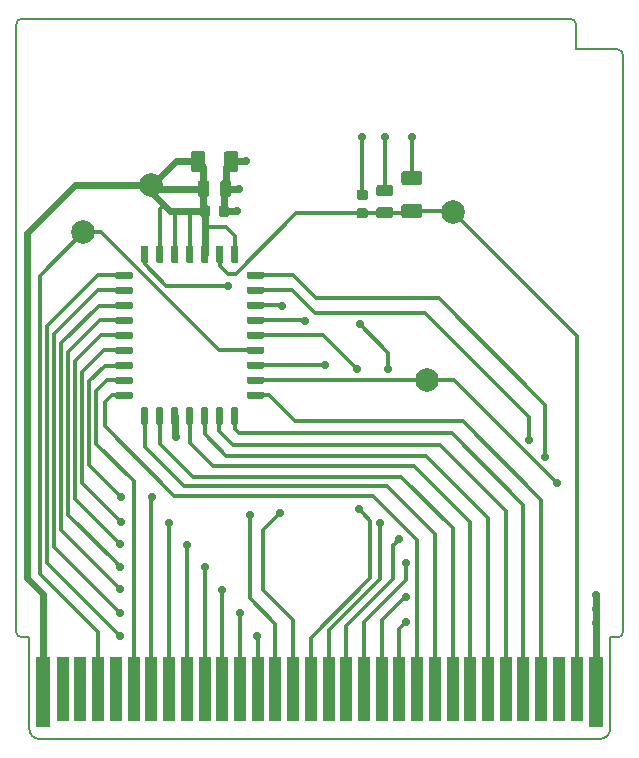
<source format=gbr>
G04 #@! TF.GenerationSoftware,KiCad,Pcbnew,5.1.5-52549c5~84~ubuntu19.10.1*
G04 #@! TF.CreationDate,2020-02-14T19:35:02+02:00*
G04 #@! TF.ProjectId,GB-CART32K-A,47422d43-4152-4543-9332-4b2d412e6b69,v1.1*
G04 #@! TF.SameCoordinates,Original*
G04 #@! TF.FileFunction,Copper,L1,Top*
G04 #@! TF.FilePolarity,Positive*
%FSLAX46Y46*%
G04 Gerber Fmt 4.6, Leading zero omitted, Abs format (unit mm)*
G04 Created by KiCad (PCBNEW 5.1.5-52549c5~84~ubuntu19.10.1) date 2020-02-14 19:35:02*
%MOMM*%
%LPD*%
G04 APERTURE LIST*
%ADD10C,0.150000*%
%ADD11C,2.000000*%
%ADD12C,0.100000*%
%ADD13R,1.000000X5.500000*%
%ADD14R,1.300000X6.000000*%
%ADD15C,0.700000*%
%ADD16C,0.600000*%
%ADD17C,0.300000*%
G04 APERTURE END LIST*
D10*
X74800000Y-91400000D02*
G75*
G02X74300000Y-90900000I0J500000D01*
G01*
X74300000Y-39500000D02*
G75*
G02X74800000Y-39000000I500000J0D01*
G01*
X121200000Y-39000000D02*
G75*
G02X121700000Y-39500000I0J-500000D01*
G01*
X125200000Y-41600000D02*
G75*
G02X125700000Y-42100000I0J-500000D01*
G01*
X125700000Y-90900000D02*
G75*
G02X125200000Y-91400000I-500000J0D01*
G01*
X76300000Y-100000000D02*
G75*
G02X75400000Y-99100000I0J900000D01*
G01*
X124600000Y-99100000D02*
G75*
G02X123700000Y-100000000I-900000J0D01*
G01*
X121700000Y-39500000D02*
X121700000Y-41600000D01*
X74800000Y-39000000D02*
X121200000Y-39000000D01*
X125200000Y-41600000D02*
X121700000Y-41600000D01*
X74300000Y-90900000D02*
X74300000Y-39500000D01*
X75400000Y-91400000D02*
X74800000Y-91400000D01*
X75400000Y-99100000D02*
X75400000Y-91400000D01*
X125700000Y-90900000D02*
X125700000Y-42100000D01*
X124600000Y-91400000D02*
X125200000Y-91400000D01*
X124600000Y-99100000D02*
X124600000Y-91400000D01*
X76300000Y-100000000D02*
X123700000Y-100000000D01*
D11*
X111300000Y-55400000D03*
X109100000Y-69600000D03*
X80000000Y-57100000D03*
X85700000Y-53100000D03*
G04 #@! TA.AperFunction,SMDPad,CuDef*
D12*
G36*
X90434703Y-58225722D02*
G01*
X90449264Y-58227882D01*
X90463543Y-58231459D01*
X90477403Y-58236418D01*
X90490710Y-58242712D01*
X90503336Y-58250280D01*
X90515159Y-58259048D01*
X90526066Y-58268934D01*
X90535952Y-58279841D01*
X90544720Y-58291664D01*
X90552288Y-58304290D01*
X90558582Y-58317597D01*
X90563541Y-58331457D01*
X90567118Y-58345736D01*
X90569278Y-58360297D01*
X90570000Y-58375000D01*
X90570000Y-59550000D01*
X90569278Y-59564703D01*
X90567118Y-59579264D01*
X90563541Y-59593543D01*
X90558582Y-59607403D01*
X90552288Y-59620710D01*
X90544720Y-59633336D01*
X90535952Y-59645159D01*
X90526066Y-59656066D01*
X90515159Y-59665952D01*
X90503336Y-59674720D01*
X90490710Y-59682288D01*
X90477403Y-59688582D01*
X90463543Y-59693541D01*
X90449264Y-59697118D01*
X90434703Y-59699278D01*
X90420000Y-59700000D01*
X90120000Y-59700000D01*
X90105297Y-59699278D01*
X90090736Y-59697118D01*
X90076457Y-59693541D01*
X90062597Y-59688582D01*
X90049290Y-59682288D01*
X90036664Y-59674720D01*
X90024841Y-59665952D01*
X90013934Y-59656066D01*
X90004048Y-59645159D01*
X89995280Y-59633336D01*
X89987712Y-59620710D01*
X89981418Y-59607403D01*
X89976459Y-59593543D01*
X89972882Y-59579264D01*
X89970722Y-59564703D01*
X89970000Y-59550000D01*
X89970000Y-58375000D01*
X89970722Y-58360297D01*
X89972882Y-58345736D01*
X89976459Y-58331457D01*
X89981418Y-58317597D01*
X89987712Y-58304290D01*
X89995280Y-58291664D01*
X90004048Y-58279841D01*
X90013934Y-58268934D01*
X90024841Y-58259048D01*
X90036664Y-58250280D01*
X90049290Y-58242712D01*
X90062597Y-58236418D01*
X90076457Y-58231459D01*
X90090736Y-58227882D01*
X90105297Y-58225722D01*
X90120000Y-58225000D01*
X90420000Y-58225000D01*
X90434703Y-58225722D01*
G37*
G04 #@! TD.AperFunction*
G04 #@! TA.AperFunction,SMDPad,CuDef*
G36*
X91704703Y-58225722D02*
G01*
X91719264Y-58227882D01*
X91733543Y-58231459D01*
X91747403Y-58236418D01*
X91760710Y-58242712D01*
X91773336Y-58250280D01*
X91785159Y-58259048D01*
X91796066Y-58268934D01*
X91805952Y-58279841D01*
X91814720Y-58291664D01*
X91822288Y-58304290D01*
X91828582Y-58317597D01*
X91833541Y-58331457D01*
X91837118Y-58345736D01*
X91839278Y-58360297D01*
X91840000Y-58375000D01*
X91840000Y-59550000D01*
X91839278Y-59564703D01*
X91837118Y-59579264D01*
X91833541Y-59593543D01*
X91828582Y-59607403D01*
X91822288Y-59620710D01*
X91814720Y-59633336D01*
X91805952Y-59645159D01*
X91796066Y-59656066D01*
X91785159Y-59665952D01*
X91773336Y-59674720D01*
X91760710Y-59682288D01*
X91747403Y-59688582D01*
X91733543Y-59693541D01*
X91719264Y-59697118D01*
X91704703Y-59699278D01*
X91690000Y-59700000D01*
X91390000Y-59700000D01*
X91375297Y-59699278D01*
X91360736Y-59697118D01*
X91346457Y-59693541D01*
X91332597Y-59688582D01*
X91319290Y-59682288D01*
X91306664Y-59674720D01*
X91294841Y-59665952D01*
X91283934Y-59656066D01*
X91274048Y-59645159D01*
X91265280Y-59633336D01*
X91257712Y-59620710D01*
X91251418Y-59607403D01*
X91246459Y-59593543D01*
X91242882Y-59579264D01*
X91240722Y-59564703D01*
X91240000Y-59550000D01*
X91240000Y-58375000D01*
X91240722Y-58360297D01*
X91242882Y-58345736D01*
X91246459Y-58331457D01*
X91251418Y-58317597D01*
X91257712Y-58304290D01*
X91265280Y-58291664D01*
X91274048Y-58279841D01*
X91283934Y-58268934D01*
X91294841Y-58259048D01*
X91306664Y-58250280D01*
X91319290Y-58242712D01*
X91332597Y-58236418D01*
X91346457Y-58231459D01*
X91360736Y-58227882D01*
X91375297Y-58225722D01*
X91390000Y-58225000D01*
X91690000Y-58225000D01*
X91704703Y-58225722D01*
G37*
G04 #@! TD.AperFunction*
G04 #@! TA.AperFunction,SMDPad,CuDef*
G36*
X92974703Y-58225722D02*
G01*
X92989264Y-58227882D01*
X93003543Y-58231459D01*
X93017403Y-58236418D01*
X93030710Y-58242712D01*
X93043336Y-58250280D01*
X93055159Y-58259048D01*
X93066066Y-58268934D01*
X93075952Y-58279841D01*
X93084720Y-58291664D01*
X93092288Y-58304290D01*
X93098582Y-58317597D01*
X93103541Y-58331457D01*
X93107118Y-58345736D01*
X93109278Y-58360297D01*
X93110000Y-58375000D01*
X93110000Y-59550000D01*
X93109278Y-59564703D01*
X93107118Y-59579264D01*
X93103541Y-59593543D01*
X93098582Y-59607403D01*
X93092288Y-59620710D01*
X93084720Y-59633336D01*
X93075952Y-59645159D01*
X93066066Y-59656066D01*
X93055159Y-59665952D01*
X93043336Y-59674720D01*
X93030710Y-59682288D01*
X93017403Y-59688582D01*
X93003543Y-59693541D01*
X92989264Y-59697118D01*
X92974703Y-59699278D01*
X92960000Y-59700000D01*
X92660000Y-59700000D01*
X92645297Y-59699278D01*
X92630736Y-59697118D01*
X92616457Y-59693541D01*
X92602597Y-59688582D01*
X92589290Y-59682288D01*
X92576664Y-59674720D01*
X92564841Y-59665952D01*
X92553934Y-59656066D01*
X92544048Y-59645159D01*
X92535280Y-59633336D01*
X92527712Y-59620710D01*
X92521418Y-59607403D01*
X92516459Y-59593543D01*
X92512882Y-59579264D01*
X92510722Y-59564703D01*
X92510000Y-59550000D01*
X92510000Y-58375000D01*
X92510722Y-58360297D01*
X92512882Y-58345736D01*
X92516459Y-58331457D01*
X92521418Y-58317597D01*
X92527712Y-58304290D01*
X92535280Y-58291664D01*
X92544048Y-58279841D01*
X92553934Y-58268934D01*
X92564841Y-58259048D01*
X92576664Y-58250280D01*
X92589290Y-58242712D01*
X92602597Y-58236418D01*
X92616457Y-58231459D01*
X92630736Y-58227882D01*
X92645297Y-58225722D01*
X92660000Y-58225000D01*
X92960000Y-58225000D01*
X92974703Y-58225722D01*
G37*
G04 #@! TD.AperFunction*
G04 #@! TA.AperFunction,SMDPad,CuDef*
G36*
X95164703Y-60420722D02*
G01*
X95179264Y-60422882D01*
X95193543Y-60426459D01*
X95207403Y-60431418D01*
X95220710Y-60437712D01*
X95233336Y-60445280D01*
X95245159Y-60454048D01*
X95256066Y-60463934D01*
X95265952Y-60474841D01*
X95274720Y-60486664D01*
X95282288Y-60499290D01*
X95288582Y-60512597D01*
X95293541Y-60526457D01*
X95297118Y-60540736D01*
X95299278Y-60555297D01*
X95300000Y-60570000D01*
X95300000Y-60870000D01*
X95299278Y-60884703D01*
X95297118Y-60899264D01*
X95293541Y-60913543D01*
X95288582Y-60927403D01*
X95282288Y-60940710D01*
X95274720Y-60953336D01*
X95265952Y-60965159D01*
X95256066Y-60976066D01*
X95245159Y-60985952D01*
X95233336Y-60994720D01*
X95220710Y-61002288D01*
X95207403Y-61008582D01*
X95193543Y-61013541D01*
X95179264Y-61017118D01*
X95164703Y-61019278D01*
X95150000Y-61020000D01*
X93975000Y-61020000D01*
X93960297Y-61019278D01*
X93945736Y-61017118D01*
X93931457Y-61013541D01*
X93917597Y-61008582D01*
X93904290Y-61002288D01*
X93891664Y-60994720D01*
X93879841Y-60985952D01*
X93868934Y-60976066D01*
X93859048Y-60965159D01*
X93850280Y-60953336D01*
X93842712Y-60940710D01*
X93836418Y-60927403D01*
X93831459Y-60913543D01*
X93827882Y-60899264D01*
X93825722Y-60884703D01*
X93825000Y-60870000D01*
X93825000Y-60570000D01*
X93825722Y-60555297D01*
X93827882Y-60540736D01*
X93831459Y-60526457D01*
X93836418Y-60512597D01*
X93842712Y-60499290D01*
X93850280Y-60486664D01*
X93859048Y-60474841D01*
X93868934Y-60463934D01*
X93879841Y-60454048D01*
X93891664Y-60445280D01*
X93904290Y-60437712D01*
X93917597Y-60431418D01*
X93931457Y-60426459D01*
X93945736Y-60422882D01*
X93960297Y-60420722D01*
X93975000Y-60420000D01*
X95150000Y-60420000D01*
X95164703Y-60420722D01*
G37*
G04 #@! TD.AperFunction*
G04 #@! TA.AperFunction,SMDPad,CuDef*
G36*
X95164703Y-61690722D02*
G01*
X95179264Y-61692882D01*
X95193543Y-61696459D01*
X95207403Y-61701418D01*
X95220710Y-61707712D01*
X95233336Y-61715280D01*
X95245159Y-61724048D01*
X95256066Y-61733934D01*
X95265952Y-61744841D01*
X95274720Y-61756664D01*
X95282288Y-61769290D01*
X95288582Y-61782597D01*
X95293541Y-61796457D01*
X95297118Y-61810736D01*
X95299278Y-61825297D01*
X95300000Y-61840000D01*
X95300000Y-62140000D01*
X95299278Y-62154703D01*
X95297118Y-62169264D01*
X95293541Y-62183543D01*
X95288582Y-62197403D01*
X95282288Y-62210710D01*
X95274720Y-62223336D01*
X95265952Y-62235159D01*
X95256066Y-62246066D01*
X95245159Y-62255952D01*
X95233336Y-62264720D01*
X95220710Y-62272288D01*
X95207403Y-62278582D01*
X95193543Y-62283541D01*
X95179264Y-62287118D01*
X95164703Y-62289278D01*
X95150000Y-62290000D01*
X93975000Y-62290000D01*
X93960297Y-62289278D01*
X93945736Y-62287118D01*
X93931457Y-62283541D01*
X93917597Y-62278582D01*
X93904290Y-62272288D01*
X93891664Y-62264720D01*
X93879841Y-62255952D01*
X93868934Y-62246066D01*
X93859048Y-62235159D01*
X93850280Y-62223336D01*
X93842712Y-62210710D01*
X93836418Y-62197403D01*
X93831459Y-62183543D01*
X93827882Y-62169264D01*
X93825722Y-62154703D01*
X93825000Y-62140000D01*
X93825000Y-61840000D01*
X93825722Y-61825297D01*
X93827882Y-61810736D01*
X93831459Y-61796457D01*
X93836418Y-61782597D01*
X93842712Y-61769290D01*
X93850280Y-61756664D01*
X93859048Y-61744841D01*
X93868934Y-61733934D01*
X93879841Y-61724048D01*
X93891664Y-61715280D01*
X93904290Y-61707712D01*
X93917597Y-61701418D01*
X93931457Y-61696459D01*
X93945736Y-61692882D01*
X93960297Y-61690722D01*
X93975000Y-61690000D01*
X95150000Y-61690000D01*
X95164703Y-61690722D01*
G37*
G04 #@! TD.AperFunction*
G04 #@! TA.AperFunction,SMDPad,CuDef*
G36*
X95164703Y-62960722D02*
G01*
X95179264Y-62962882D01*
X95193543Y-62966459D01*
X95207403Y-62971418D01*
X95220710Y-62977712D01*
X95233336Y-62985280D01*
X95245159Y-62994048D01*
X95256066Y-63003934D01*
X95265952Y-63014841D01*
X95274720Y-63026664D01*
X95282288Y-63039290D01*
X95288582Y-63052597D01*
X95293541Y-63066457D01*
X95297118Y-63080736D01*
X95299278Y-63095297D01*
X95300000Y-63110000D01*
X95300000Y-63410000D01*
X95299278Y-63424703D01*
X95297118Y-63439264D01*
X95293541Y-63453543D01*
X95288582Y-63467403D01*
X95282288Y-63480710D01*
X95274720Y-63493336D01*
X95265952Y-63505159D01*
X95256066Y-63516066D01*
X95245159Y-63525952D01*
X95233336Y-63534720D01*
X95220710Y-63542288D01*
X95207403Y-63548582D01*
X95193543Y-63553541D01*
X95179264Y-63557118D01*
X95164703Y-63559278D01*
X95150000Y-63560000D01*
X93975000Y-63560000D01*
X93960297Y-63559278D01*
X93945736Y-63557118D01*
X93931457Y-63553541D01*
X93917597Y-63548582D01*
X93904290Y-63542288D01*
X93891664Y-63534720D01*
X93879841Y-63525952D01*
X93868934Y-63516066D01*
X93859048Y-63505159D01*
X93850280Y-63493336D01*
X93842712Y-63480710D01*
X93836418Y-63467403D01*
X93831459Y-63453543D01*
X93827882Y-63439264D01*
X93825722Y-63424703D01*
X93825000Y-63410000D01*
X93825000Y-63110000D01*
X93825722Y-63095297D01*
X93827882Y-63080736D01*
X93831459Y-63066457D01*
X93836418Y-63052597D01*
X93842712Y-63039290D01*
X93850280Y-63026664D01*
X93859048Y-63014841D01*
X93868934Y-63003934D01*
X93879841Y-62994048D01*
X93891664Y-62985280D01*
X93904290Y-62977712D01*
X93917597Y-62971418D01*
X93931457Y-62966459D01*
X93945736Y-62962882D01*
X93960297Y-62960722D01*
X93975000Y-62960000D01*
X95150000Y-62960000D01*
X95164703Y-62960722D01*
G37*
G04 #@! TD.AperFunction*
G04 #@! TA.AperFunction,SMDPad,CuDef*
G36*
X95164703Y-64230722D02*
G01*
X95179264Y-64232882D01*
X95193543Y-64236459D01*
X95207403Y-64241418D01*
X95220710Y-64247712D01*
X95233336Y-64255280D01*
X95245159Y-64264048D01*
X95256066Y-64273934D01*
X95265952Y-64284841D01*
X95274720Y-64296664D01*
X95282288Y-64309290D01*
X95288582Y-64322597D01*
X95293541Y-64336457D01*
X95297118Y-64350736D01*
X95299278Y-64365297D01*
X95300000Y-64380000D01*
X95300000Y-64680000D01*
X95299278Y-64694703D01*
X95297118Y-64709264D01*
X95293541Y-64723543D01*
X95288582Y-64737403D01*
X95282288Y-64750710D01*
X95274720Y-64763336D01*
X95265952Y-64775159D01*
X95256066Y-64786066D01*
X95245159Y-64795952D01*
X95233336Y-64804720D01*
X95220710Y-64812288D01*
X95207403Y-64818582D01*
X95193543Y-64823541D01*
X95179264Y-64827118D01*
X95164703Y-64829278D01*
X95150000Y-64830000D01*
X93975000Y-64830000D01*
X93960297Y-64829278D01*
X93945736Y-64827118D01*
X93931457Y-64823541D01*
X93917597Y-64818582D01*
X93904290Y-64812288D01*
X93891664Y-64804720D01*
X93879841Y-64795952D01*
X93868934Y-64786066D01*
X93859048Y-64775159D01*
X93850280Y-64763336D01*
X93842712Y-64750710D01*
X93836418Y-64737403D01*
X93831459Y-64723543D01*
X93827882Y-64709264D01*
X93825722Y-64694703D01*
X93825000Y-64680000D01*
X93825000Y-64380000D01*
X93825722Y-64365297D01*
X93827882Y-64350736D01*
X93831459Y-64336457D01*
X93836418Y-64322597D01*
X93842712Y-64309290D01*
X93850280Y-64296664D01*
X93859048Y-64284841D01*
X93868934Y-64273934D01*
X93879841Y-64264048D01*
X93891664Y-64255280D01*
X93904290Y-64247712D01*
X93917597Y-64241418D01*
X93931457Y-64236459D01*
X93945736Y-64232882D01*
X93960297Y-64230722D01*
X93975000Y-64230000D01*
X95150000Y-64230000D01*
X95164703Y-64230722D01*
G37*
G04 #@! TD.AperFunction*
G04 #@! TA.AperFunction,SMDPad,CuDef*
G36*
X95164703Y-65500722D02*
G01*
X95179264Y-65502882D01*
X95193543Y-65506459D01*
X95207403Y-65511418D01*
X95220710Y-65517712D01*
X95233336Y-65525280D01*
X95245159Y-65534048D01*
X95256066Y-65543934D01*
X95265952Y-65554841D01*
X95274720Y-65566664D01*
X95282288Y-65579290D01*
X95288582Y-65592597D01*
X95293541Y-65606457D01*
X95297118Y-65620736D01*
X95299278Y-65635297D01*
X95300000Y-65650000D01*
X95300000Y-65950000D01*
X95299278Y-65964703D01*
X95297118Y-65979264D01*
X95293541Y-65993543D01*
X95288582Y-66007403D01*
X95282288Y-66020710D01*
X95274720Y-66033336D01*
X95265952Y-66045159D01*
X95256066Y-66056066D01*
X95245159Y-66065952D01*
X95233336Y-66074720D01*
X95220710Y-66082288D01*
X95207403Y-66088582D01*
X95193543Y-66093541D01*
X95179264Y-66097118D01*
X95164703Y-66099278D01*
X95150000Y-66100000D01*
X93975000Y-66100000D01*
X93960297Y-66099278D01*
X93945736Y-66097118D01*
X93931457Y-66093541D01*
X93917597Y-66088582D01*
X93904290Y-66082288D01*
X93891664Y-66074720D01*
X93879841Y-66065952D01*
X93868934Y-66056066D01*
X93859048Y-66045159D01*
X93850280Y-66033336D01*
X93842712Y-66020710D01*
X93836418Y-66007403D01*
X93831459Y-65993543D01*
X93827882Y-65979264D01*
X93825722Y-65964703D01*
X93825000Y-65950000D01*
X93825000Y-65650000D01*
X93825722Y-65635297D01*
X93827882Y-65620736D01*
X93831459Y-65606457D01*
X93836418Y-65592597D01*
X93842712Y-65579290D01*
X93850280Y-65566664D01*
X93859048Y-65554841D01*
X93868934Y-65543934D01*
X93879841Y-65534048D01*
X93891664Y-65525280D01*
X93904290Y-65517712D01*
X93917597Y-65511418D01*
X93931457Y-65506459D01*
X93945736Y-65502882D01*
X93960297Y-65500722D01*
X93975000Y-65500000D01*
X95150000Y-65500000D01*
X95164703Y-65500722D01*
G37*
G04 #@! TD.AperFunction*
G04 #@! TA.AperFunction,SMDPad,CuDef*
G36*
X95164703Y-66770722D02*
G01*
X95179264Y-66772882D01*
X95193543Y-66776459D01*
X95207403Y-66781418D01*
X95220710Y-66787712D01*
X95233336Y-66795280D01*
X95245159Y-66804048D01*
X95256066Y-66813934D01*
X95265952Y-66824841D01*
X95274720Y-66836664D01*
X95282288Y-66849290D01*
X95288582Y-66862597D01*
X95293541Y-66876457D01*
X95297118Y-66890736D01*
X95299278Y-66905297D01*
X95300000Y-66920000D01*
X95300000Y-67220000D01*
X95299278Y-67234703D01*
X95297118Y-67249264D01*
X95293541Y-67263543D01*
X95288582Y-67277403D01*
X95282288Y-67290710D01*
X95274720Y-67303336D01*
X95265952Y-67315159D01*
X95256066Y-67326066D01*
X95245159Y-67335952D01*
X95233336Y-67344720D01*
X95220710Y-67352288D01*
X95207403Y-67358582D01*
X95193543Y-67363541D01*
X95179264Y-67367118D01*
X95164703Y-67369278D01*
X95150000Y-67370000D01*
X93975000Y-67370000D01*
X93960297Y-67369278D01*
X93945736Y-67367118D01*
X93931457Y-67363541D01*
X93917597Y-67358582D01*
X93904290Y-67352288D01*
X93891664Y-67344720D01*
X93879841Y-67335952D01*
X93868934Y-67326066D01*
X93859048Y-67315159D01*
X93850280Y-67303336D01*
X93842712Y-67290710D01*
X93836418Y-67277403D01*
X93831459Y-67263543D01*
X93827882Y-67249264D01*
X93825722Y-67234703D01*
X93825000Y-67220000D01*
X93825000Y-66920000D01*
X93825722Y-66905297D01*
X93827882Y-66890736D01*
X93831459Y-66876457D01*
X93836418Y-66862597D01*
X93842712Y-66849290D01*
X93850280Y-66836664D01*
X93859048Y-66824841D01*
X93868934Y-66813934D01*
X93879841Y-66804048D01*
X93891664Y-66795280D01*
X93904290Y-66787712D01*
X93917597Y-66781418D01*
X93931457Y-66776459D01*
X93945736Y-66772882D01*
X93960297Y-66770722D01*
X93975000Y-66770000D01*
X95150000Y-66770000D01*
X95164703Y-66770722D01*
G37*
G04 #@! TD.AperFunction*
G04 #@! TA.AperFunction,SMDPad,CuDef*
G36*
X95164703Y-68040722D02*
G01*
X95179264Y-68042882D01*
X95193543Y-68046459D01*
X95207403Y-68051418D01*
X95220710Y-68057712D01*
X95233336Y-68065280D01*
X95245159Y-68074048D01*
X95256066Y-68083934D01*
X95265952Y-68094841D01*
X95274720Y-68106664D01*
X95282288Y-68119290D01*
X95288582Y-68132597D01*
X95293541Y-68146457D01*
X95297118Y-68160736D01*
X95299278Y-68175297D01*
X95300000Y-68190000D01*
X95300000Y-68490000D01*
X95299278Y-68504703D01*
X95297118Y-68519264D01*
X95293541Y-68533543D01*
X95288582Y-68547403D01*
X95282288Y-68560710D01*
X95274720Y-68573336D01*
X95265952Y-68585159D01*
X95256066Y-68596066D01*
X95245159Y-68605952D01*
X95233336Y-68614720D01*
X95220710Y-68622288D01*
X95207403Y-68628582D01*
X95193543Y-68633541D01*
X95179264Y-68637118D01*
X95164703Y-68639278D01*
X95150000Y-68640000D01*
X93975000Y-68640000D01*
X93960297Y-68639278D01*
X93945736Y-68637118D01*
X93931457Y-68633541D01*
X93917597Y-68628582D01*
X93904290Y-68622288D01*
X93891664Y-68614720D01*
X93879841Y-68605952D01*
X93868934Y-68596066D01*
X93859048Y-68585159D01*
X93850280Y-68573336D01*
X93842712Y-68560710D01*
X93836418Y-68547403D01*
X93831459Y-68533543D01*
X93827882Y-68519264D01*
X93825722Y-68504703D01*
X93825000Y-68490000D01*
X93825000Y-68190000D01*
X93825722Y-68175297D01*
X93827882Y-68160736D01*
X93831459Y-68146457D01*
X93836418Y-68132597D01*
X93842712Y-68119290D01*
X93850280Y-68106664D01*
X93859048Y-68094841D01*
X93868934Y-68083934D01*
X93879841Y-68074048D01*
X93891664Y-68065280D01*
X93904290Y-68057712D01*
X93917597Y-68051418D01*
X93931457Y-68046459D01*
X93945736Y-68042882D01*
X93960297Y-68040722D01*
X93975000Y-68040000D01*
X95150000Y-68040000D01*
X95164703Y-68040722D01*
G37*
G04 #@! TD.AperFunction*
G04 #@! TA.AperFunction,SMDPad,CuDef*
G36*
X95164703Y-69310722D02*
G01*
X95179264Y-69312882D01*
X95193543Y-69316459D01*
X95207403Y-69321418D01*
X95220710Y-69327712D01*
X95233336Y-69335280D01*
X95245159Y-69344048D01*
X95256066Y-69353934D01*
X95265952Y-69364841D01*
X95274720Y-69376664D01*
X95282288Y-69389290D01*
X95288582Y-69402597D01*
X95293541Y-69416457D01*
X95297118Y-69430736D01*
X95299278Y-69445297D01*
X95300000Y-69460000D01*
X95300000Y-69760000D01*
X95299278Y-69774703D01*
X95297118Y-69789264D01*
X95293541Y-69803543D01*
X95288582Y-69817403D01*
X95282288Y-69830710D01*
X95274720Y-69843336D01*
X95265952Y-69855159D01*
X95256066Y-69866066D01*
X95245159Y-69875952D01*
X95233336Y-69884720D01*
X95220710Y-69892288D01*
X95207403Y-69898582D01*
X95193543Y-69903541D01*
X95179264Y-69907118D01*
X95164703Y-69909278D01*
X95150000Y-69910000D01*
X93975000Y-69910000D01*
X93960297Y-69909278D01*
X93945736Y-69907118D01*
X93931457Y-69903541D01*
X93917597Y-69898582D01*
X93904290Y-69892288D01*
X93891664Y-69884720D01*
X93879841Y-69875952D01*
X93868934Y-69866066D01*
X93859048Y-69855159D01*
X93850280Y-69843336D01*
X93842712Y-69830710D01*
X93836418Y-69817403D01*
X93831459Y-69803543D01*
X93827882Y-69789264D01*
X93825722Y-69774703D01*
X93825000Y-69760000D01*
X93825000Y-69460000D01*
X93825722Y-69445297D01*
X93827882Y-69430736D01*
X93831459Y-69416457D01*
X93836418Y-69402597D01*
X93842712Y-69389290D01*
X93850280Y-69376664D01*
X93859048Y-69364841D01*
X93868934Y-69353934D01*
X93879841Y-69344048D01*
X93891664Y-69335280D01*
X93904290Y-69327712D01*
X93917597Y-69321418D01*
X93931457Y-69316459D01*
X93945736Y-69312882D01*
X93960297Y-69310722D01*
X93975000Y-69310000D01*
X95150000Y-69310000D01*
X95164703Y-69310722D01*
G37*
G04 #@! TD.AperFunction*
G04 #@! TA.AperFunction,SMDPad,CuDef*
G36*
X95164703Y-70580722D02*
G01*
X95179264Y-70582882D01*
X95193543Y-70586459D01*
X95207403Y-70591418D01*
X95220710Y-70597712D01*
X95233336Y-70605280D01*
X95245159Y-70614048D01*
X95256066Y-70623934D01*
X95265952Y-70634841D01*
X95274720Y-70646664D01*
X95282288Y-70659290D01*
X95288582Y-70672597D01*
X95293541Y-70686457D01*
X95297118Y-70700736D01*
X95299278Y-70715297D01*
X95300000Y-70730000D01*
X95300000Y-71030000D01*
X95299278Y-71044703D01*
X95297118Y-71059264D01*
X95293541Y-71073543D01*
X95288582Y-71087403D01*
X95282288Y-71100710D01*
X95274720Y-71113336D01*
X95265952Y-71125159D01*
X95256066Y-71136066D01*
X95245159Y-71145952D01*
X95233336Y-71154720D01*
X95220710Y-71162288D01*
X95207403Y-71168582D01*
X95193543Y-71173541D01*
X95179264Y-71177118D01*
X95164703Y-71179278D01*
X95150000Y-71180000D01*
X93975000Y-71180000D01*
X93960297Y-71179278D01*
X93945736Y-71177118D01*
X93931457Y-71173541D01*
X93917597Y-71168582D01*
X93904290Y-71162288D01*
X93891664Y-71154720D01*
X93879841Y-71145952D01*
X93868934Y-71136066D01*
X93859048Y-71125159D01*
X93850280Y-71113336D01*
X93842712Y-71100710D01*
X93836418Y-71087403D01*
X93831459Y-71073543D01*
X93827882Y-71059264D01*
X93825722Y-71044703D01*
X93825000Y-71030000D01*
X93825000Y-70730000D01*
X93825722Y-70715297D01*
X93827882Y-70700736D01*
X93831459Y-70686457D01*
X93836418Y-70672597D01*
X93842712Y-70659290D01*
X93850280Y-70646664D01*
X93859048Y-70634841D01*
X93868934Y-70623934D01*
X93879841Y-70614048D01*
X93891664Y-70605280D01*
X93904290Y-70597712D01*
X93917597Y-70591418D01*
X93931457Y-70586459D01*
X93945736Y-70582882D01*
X93960297Y-70580722D01*
X93975000Y-70580000D01*
X95150000Y-70580000D01*
X95164703Y-70580722D01*
G37*
G04 #@! TD.AperFunction*
G04 #@! TA.AperFunction,SMDPad,CuDef*
G36*
X92974703Y-71900722D02*
G01*
X92989264Y-71902882D01*
X93003543Y-71906459D01*
X93017403Y-71911418D01*
X93030710Y-71917712D01*
X93043336Y-71925280D01*
X93055159Y-71934048D01*
X93066066Y-71943934D01*
X93075952Y-71954841D01*
X93084720Y-71966664D01*
X93092288Y-71979290D01*
X93098582Y-71992597D01*
X93103541Y-72006457D01*
X93107118Y-72020736D01*
X93109278Y-72035297D01*
X93110000Y-72050000D01*
X93110000Y-73225000D01*
X93109278Y-73239703D01*
X93107118Y-73254264D01*
X93103541Y-73268543D01*
X93098582Y-73282403D01*
X93092288Y-73295710D01*
X93084720Y-73308336D01*
X93075952Y-73320159D01*
X93066066Y-73331066D01*
X93055159Y-73340952D01*
X93043336Y-73349720D01*
X93030710Y-73357288D01*
X93017403Y-73363582D01*
X93003543Y-73368541D01*
X92989264Y-73372118D01*
X92974703Y-73374278D01*
X92960000Y-73375000D01*
X92660000Y-73375000D01*
X92645297Y-73374278D01*
X92630736Y-73372118D01*
X92616457Y-73368541D01*
X92602597Y-73363582D01*
X92589290Y-73357288D01*
X92576664Y-73349720D01*
X92564841Y-73340952D01*
X92553934Y-73331066D01*
X92544048Y-73320159D01*
X92535280Y-73308336D01*
X92527712Y-73295710D01*
X92521418Y-73282403D01*
X92516459Y-73268543D01*
X92512882Y-73254264D01*
X92510722Y-73239703D01*
X92510000Y-73225000D01*
X92510000Y-72050000D01*
X92510722Y-72035297D01*
X92512882Y-72020736D01*
X92516459Y-72006457D01*
X92521418Y-71992597D01*
X92527712Y-71979290D01*
X92535280Y-71966664D01*
X92544048Y-71954841D01*
X92553934Y-71943934D01*
X92564841Y-71934048D01*
X92576664Y-71925280D01*
X92589290Y-71917712D01*
X92602597Y-71911418D01*
X92616457Y-71906459D01*
X92630736Y-71902882D01*
X92645297Y-71900722D01*
X92660000Y-71900000D01*
X92960000Y-71900000D01*
X92974703Y-71900722D01*
G37*
G04 #@! TD.AperFunction*
G04 #@! TA.AperFunction,SMDPad,CuDef*
G36*
X91704703Y-71900722D02*
G01*
X91719264Y-71902882D01*
X91733543Y-71906459D01*
X91747403Y-71911418D01*
X91760710Y-71917712D01*
X91773336Y-71925280D01*
X91785159Y-71934048D01*
X91796066Y-71943934D01*
X91805952Y-71954841D01*
X91814720Y-71966664D01*
X91822288Y-71979290D01*
X91828582Y-71992597D01*
X91833541Y-72006457D01*
X91837118Y-72020736D01*
X91839278Y-72035297D01*
X91840000Y-72050000D01*
X91840000Y-73225000D01*
X91839278Y-73239703D01*
X91837118Y-73254264D01*
X91833541Y-73268543D01*
X91828582Y-73282403D01*
X91822288Y-73295710D01*
X91814720Y-73308336D01*
X91805952Y-73320159D01*
X91796066Y-73331066D01*
X91785159Y-73340952D01*
X91773336Y-73349720D01*
X91760710Y-73357288D01*
X91747403Y-73363582D01*
X91733543Y-73368541D01*
X91719264Y-73372118D01*
X91704703Y-73374278D01*
X91690000Y-73375000D01*
X91390000Y-73375000D01*
X91375297Y-73374278D01*
X91360736Y-73372118D01*
X91346457Y-73368541D01*
X91332597Y-73363582D01*
X91319290Y-73357288D01*
X91306664Y-73349720D01*
X91294841Y-73340952D01*
X91283934Y-73331066D01*
X91274048Y-73320159D01*
X91265280Y-73308336D01*
X91257712Y-73295710D01*
X91251418Y-73282403D01*
X91246459Y-73268543D01*
X91242882Y-73254264D01*
X91240722Y-73239703D01*
X91240000Y-73225000D01*
X91240000Y-72050000D01*
X91240722Y-72035297D01*
X91242882Y-72020736D01*
X91246459Y-72006457D01*
X91251418Y-71992597D01*
X91257712Y-71979290D01*
X91265280Y-71966664D01*
X91274048Y-71954841D01*
X91283934Y-71943934D01*
X91294841Y-71934048D01*
X91306664Y-71925280D01*
X91319290Y-71917712D01*
X91332597Y-71911418D01*
X91346457Y-71906459D01*
X91360736Y-71902882D01*
X91375297Y-71900722D01*
X91390000Y-71900000D01*
X91690000Y-71900000D01*
X91704703Y-71900722D01*
G37*
G04 #@! TD.AperFunction*
G04 #@! TA.AperFunction,SMDPad,CuDef*
G36*
X90434703Y-71900722D02*
G01*
X90449264Y-71902882D01*
X90463543Y-71906459D01*
X90477403Y-71911418D01*
X90490710Y-71917712D01*
X90503336Y-71925280D01*
X90515159Y-71934048D01*
X90526066Y-71943934D01*
X90535952Y-71954841D01*
X90544720Y-71966664D01*
X90552288Y-71979290D01*
X90558582Y-71992597D01*
X90563541Y-72006457D01*
X90567118Y-72020736D01*
X90569278Y-72035297D01*
X90570000Y-72050000D01*
X90570000Y-73225000D01*
X90569278Y-73239703D01*
X90567118Y-73254264D01*
X90563541Y-73268543D01*
X90558582Y-73282403D01*
X90552288Y-73295710D01*
X90544720Y-73308336D01*
X90535952Y-73320159D01*
X90526066Y-73331066D01*
X90515159Y-73340952D01*
X90503336Y-73349720D01*
X90490710Y-73357288D01*
X90477403Y-73363582D01*
X90463543Y-73368541D01*
X90449264Y-73372118D01*
X90434703Y-73374278D01*
X90420000Y-73375000D01*
X90120000Y-73375000D01*
X90105297Y-73374278D01*
X90090736Y-73372118D01*
X90076457Y-73368541D01*
X90062597Y-73363582D01*
X90049290Y-73357288D01*
X90036664Y-73349720D01*
X90024841Y-73340952D01*
X90013934Y-73331066D01*
X90004048Y-73320159D01*
X89995280Y-73308336D01*
X89987712Y-73295710D01*
X89981418Y-73282403D01*
X89976459Y-73268543D01*
X89972882Y-73254264D01*
X89970722Y-73239703D01*
X89970000Y-73225000D01*
X89970000Y-72050000D01*
X89970722Y-72035297D01*
X89972882Y-72020736D01*
X89976459Y-72006457D01*
X89981418Y-71992597D01*
X89987712Y-71979290D01*
X89995280Y-71966664D01*
X90004048Y-71954841D01*
X90013934Y-71943934D01*
X90024841Y-71934048D01*
X90036664Y-71925280D01*
X90049290Y-71917712D01*
X90062597Y-71911418D01*
X90076457Y-71906459D01*
X90090736Y-71902882D01*
X90105297Y-71900722D01*
X90120000Y-71900000D01*
X90420000Y-71900000D01*
X90434703Y-71900722D01*
G37*
G04 #@! TD.AperFunction*
G04 #@! TA.AperFunction,SMDPad,CuDef*
G36*
X89164703Y-71900722D02*
G01*
X89179264Y-71902882D01*
X89193543Y-71906459D01*
X89207403Y-71911418D01*
X89220710Y-71917712D01*
X89233336Y-71925280D01*
X89245159Y-71934048D01*
X89256066Y-71943934D01*
X89265952Y-71954841D01*
X89274720Y-71966664D01*
X89282288Y-71979290D01*
X89288582Y-71992597D01*
X89293541Y-72006457D01*
X89297118Y-72020736D01*
X89299278Y-72035297D01*
X89300000Y-72050000D01*
X89300000Y-73225000D01*
X89299278Y-73239703D01*
X89297118Y-73254264D01*
X89293541Y-73268543D01*
X89288582Y-73282403D01*
X89282288Y-73295710D01*
X89274720Y-73308336D01*
X89265952Y-73320159D01*
X89256066Y-73331066D01*
X89245159Y-73340952D01*
X89233336Y-73349720D01*
X89220710Y-73357288D01*
X89207403Y-73363582D01*
X89193543Y-73368541D01*
X89179264Y-73372118D01*
X89164703Y-73374278D01*
X89150000Y-73375000D01*
X88850000Y-73375000D01*
X88835297Y-73374278D01*
X88820736Y-73372118D01*
X88806457Y-73368541D01*
X88792597Y-73363582D01*
X88779290Y-73357288D01*
X88766664Y-73349720D01*
X88754841Y-73340952D01*
X88743934Y-73331066D01*
X88734048Y-73320159D01*
X88725280Y-73308336D01*
X88717712Y-73295710D01*
X88711418Y-73282403D01*
X88706459Y-73268543D01*
X88702882Y-73254264D01*
X88700722Y-73239703D01*
X88700000Y-73225000D01*
X88700000Y-72050000D01*
X88700722Y-72035297D01*
X88702882Y-72020736D01*
X88706459Y-72006457D01*
X88711418Y-71992597D01*
X88717712Y-71979290D01*
X88725280Y-71966664D01*
X88734048Y-71954841D01*
X88743934Y-71943934D01*
X88754841Y-71934048D01*
X88766664Y-71925280D01*
X88779290Y-71917712D01*
X88792597Y-71911418D01*
X88806457Y-71906459D01*
X88820736Y-71902882D01*
X88835297Y-71900722D01*
X88850000Y-71900000D01*
X89150000Y-71900000D01*
X89164703Y-71900722D01*
G37*
G04 #@! TD.AperFunction*
G04 #@! TA.AperFunction,SMDPad,CuDef*
G36*
X87894703Y-71900722D02*
G01*
X87909264Y-71902882D01*
X87923543Y-71906459D01*
X87937403Y-71911418D01*
X87950710Y-71917712D01*
X87963336Y-71925280D01*
X87975159Y-71934048D01*
X87986066Y-71943934D01*
X87995952Y-71954841D01*
X88004720Y-71966664D01*
X88012288Y-71979290D01*
X88018582Y-71992597D01*
X88023541Y-72006457D01*
X88027118Y-72020736D01*
X88029278Y-72035297D01*
X88030000Y-72050000D01*
X88030000Y-73225000D01*
X88029278Y-73239703D01*
X88027118Y-73254264D01*
X88023541Y-73268543D01*
X88018582Y-73282403D01*
X88012288Y-73295710D01*
X88004720Y-73308336D01*
X87995952Y-73320159D01*
X87986066Y-73331066D01*
X87975159Y-73340952D01*
X87963336Y-73349720D01*
X87950710Y-73357288D01*
X87937403Y-73363582D01*
X87923543Y-73368541D01*
X87909264Y-73372118D01*
X87894703Y-73374278D01*
X87880000Y-73375000D01*
X87580000Y-73375000D01*
X87565297Y-73374278D01*
X87550736Y-73372118D01*
X87536457Y-73368541D01*
X87522597Y-73363582D01*
X87509290Y-73357288D01*
X87496664Y-73349720D01*
X87484841Y-73340952D01*
X87473934Y-73331066D01*
X87464048Y-73320159D01*
X87455280Y-73308336D01*
X87447712Y-73295710D01*
X87441418Y-73282403D01*
X87436459Y-73268543D01*
X87432882Y-73254264D01*
X87430722Y-73239703D01*
X87430000Y-73225000D01*
X87430000Y-72050000D01*
X87430722Y-72035297D01*
X87432882Y-72020736D01*
X87436459Y-72006457D01*
X87441418Y-71992597D01*
X87447712Y-71979290D01*
X87455280Y-71966664D01*
X87464048Y-71954841D01*
X87473934Y-71943934D01*
X87484841Y-71934048D01*
X87496664Y-71925280D01*
X87509290Y-71917712D01*
X87522597Y-71911418D01*
X87536457Y-71906459D01*
X87550736Y-71902882D01*
X87565297Y-71900722D01*
X87580000Y-71900000D01*
X87880000Y-71900000D01*
X87894703Y-71900722D01*
G37*
G04 #@! TD.AperFunction*
G04 #@! TA.AperFunction,SMDPad,CuDef*
G36*
X86624703Y-71900722D02*
G01*
X86639264Y-71902882D01*
X86653543Y-71906459D01*
X86667403Y-71911418D01*
X86680710Y-71917712D01*
X86693336Y-71925280D01*
X86705159Y-71934048D01*
X86716066Y-71943934D01*
X86725952Y-71954841D01*
X86734720Y-71966664D01*
X86742288Y-71979290D01*
X86748582Y-71992597D01*
X86753541Y-72006457D01*
X86757118Y-72020736D01*
X86759278Y-72035297D01*
X86760000Y-72050000D01*
X86760000Y-73225000D01*
X86759278Y-73239703D01*
X86757118Y-73254264D01*
X86753541Y-73268543D01*
X86748582Y-73282403D01*
X86742288Y-73295710D01*
X86734720Y-73308336D01*
X86725952Y-73320159D01*
X86716066Y-73331066D01*
X86705159Y-73340952D01*
X86693336Y-73349720D01*
X86680710Y-73357288D01*
X86667403Y-73363582D01*
X86653543Y-73368541D01*
X86639264Y-73372118D01*
X86624703Y-73374278D01*
X86610000Y-73375000D01*
X86310000Y-73375000D01*
X86295297Y-73374278D01*
X86280736Y-73372118D01*
X86266457Y-73368541D01*
X86252597Y-73363582D01*
X86239290Y-73357288D01*
X86226664Y-73349720D01*
X86214841Y-73340952D01*
X86203934Y-73331066D01*
X86194048Y-73320159D01*
X86185280Y-73308336D01*
X86177712Y-73295710D01*
X86171418Y-73282403D01*
X86166459Y-73268543D01*
X86162882Y-73254264D01*
X86160722Y-73239703D01*
X86160000Y-73225000D01*
X86160000Y-72050000D01*
X86160722Y-72035297D01*
X86162882Y-72020736D01*
X86166459Y-72006457D01*
X86171418Y-71992597D01*
X86177712Y-71979290D01*
X86185280Y-71966664D01*
X86194048Y-71954841D01*
X86203934Y-71943934D01*
X86214841Y-71934048D01*
X86226664Y-71925280D01*
X86239290Y-71917712D01*
X86252597Y-71911418D01*
X86266457Y-71906459D01*
X86280736Y-71902882D01*
X86295297Y-71900722D01*
X86310000Y-71900000D01*
X86610000Y-71900000D01*
X86624703Y-71900722D01*
G37*
G04 #@! TD.AperFunction*
G04 #@! TA.AperFunction,SMDPad,CuDef*
G36*
X85354703Y-71900722D02*
G01*
X85369264Y-71902882D01*
X85383543Y-71906459D01*
X85397403Y-71911418D01*
X85410710Y-71917712D01*
X85423336Y-71925280D01*
X85435159Y-71934048D01*
X85446066Y-71943934D01*
X85455952Y-71954841D01*
X85464720Y-71966664D01*
X85472288Y-71979290D01*
X85478582Y-71992597D01*
X85483541Y-72006457D01*
X85487118Y-72020736D01*
X85489278Y-72035297D01*
X85490000Y-72050000D01*
X85490000Y-73225000D01*
X85489278Y-73239703D01*
X85487118Y-73254264D01*
X85483541Y-73268543D01*
X85478582Y-73282403D01*
X85472288Y-73295710D01*
X85464720Y-73308336D01*
X85455952Y-73320159D01*
X85446066Y-73331066D01*
X85435159Y-73340952D01*
X85423336Y-73349720D01*
X85410710Y-73357288D01*
X85397403Y-73363582D01*
X85383543Y-73368541D01*
X85369264Y-73372118D01*
X85354703Y-73374278D01*
X85340000Y-73375000D01*
X85040000Y-73375000D01*
X85025297Y-73374278D01*
X85010736Y-73372118D01*
X84996457Y-73368541D01*
X84982597Y-73363582D01*
X84969290Y-73357288D01*
X84956664Y-73349720D01*
X84944841Y-73340952D01*
X84933934Y-73331066D01*
X84924048Y-73320159D01*
X84915280Y-73308336D01*
X84907712Y-73295710D01*
X84901418Y-73282403D01*
X84896459Y-73268543D01*
X84892882Y-73254264D01*
X84890722Y-73239703D01*
X84890000Y-73225000D01*
X84890000Y-72050000D01*
X84890722Y-72035297D01*
X84892882Y-72020736D01*
X84896459Y-72006457D01*
X84901418Y-71992597D01*
X84907712Y-71979290D01*
X84915280Y-71966664D01*
X84924048Y-71954841D01*
X84933934Y-71943934D01*
X84944841Y-71934048D01*
X84956664Y-71925280D01*
X84969290Y-71917712D01*
X84982597Y-71911418D01*
X84996457Y-71906459D01*
X85010736Y-71902882D01*
X85025297Y-71900722D01*
X85040000Y-71900000D01*
X85340000Y-71900000D01*
X85354703Y-71900722D01*
G37*
G04 #@! TD.AperFunction*
G04 #@! TA.AperFunction,SMDPad,CuDef*
G36*
X84039703Y-70580722D02*
G01*
X84054264Y-70582882D01*
X84068543Y-70586459D01*
X84082403Y-70591418D01*
X84095710Y-70597712D01*
X84108336Y-70605280D01*
X84120159Y-70614048D01*
X84131066Y-70623934D01*
X84140952Y-70634841D01*
X84149720Y-70646664D01*
X84157288Y-70659290D01*
X84163582Y-70672597D01*
X84168541Y-70686457D01*
X84172118Y-70700736D01*
X84174278Y-70715297D01*
X84175000Y-70730000D01*
X84175000Y-71030000D01*
X84174278Y-71044703D01*
X84172118Y-71059264D01*
X84168541Y-71073543D01*
X84163582Y-71087403D01*
X84157288Y-71100710D01*
X84149720Y-71113336D01*
X84140952Y-71125159D01*
X84131066Y-71136066D01*
X84120159Y-71145952D01*
X84108336Y-71154720D01*
X84095710Y-71162288D01*
X84082403Y-71168582D01*
X84068543Y-71173541D01*
X84054264Y-71177118D01*
X84039703Y-71179278D01*
X84025000Y-71180000D01*
X82850000Y-71180000D01*
X82835297Y-71179278D01*
X82820736Y-71177118D01*
X82806457Y-71173541D01*
X82792597Y-71168582D01*
X82779290Y-71162288D01*
X82766664Y-71154720D01*
X82754841Y-71145952D01*
X82743934Y-71136066D01*
X82734048Y-71125159D01*
X82725280Y-71113336D01*
X82717712Y-71100710D01*
X82711418Y-71087403D01*
X82706459Y-71073543D01*
X82702882Y-71059264D01*
X82700722Y-71044703D01*
X82700000Y-71030000D01*
X82700000Y-70730000D01*
X82700722Y-70715297D01*
X82702882Y-70700736D01*
X82706459Y-70686457D01*
X82711418Y-70672597D01*
X82717712Y-70659290D01*
X82725280Y-70646664D01*
X82734048Y-70634841D01*
X82743934Y-70623934D01*
X82754841Y-70614048D01*
X82766664Y-70605280D01*
X82779290Y-70597712D01*
X82792597Y-70591418D01*
X82806457Y-70586459D01*
X82820736Y-70582882D01*
X82835297Y-70580722D01*
X82850000Y-70580000D01*
X84025000Y-70580000D01*
X84039703Y-70580722D01*
G37*
G04 #@! TD.AperFunction*
G04 #@! TA.AperFunction,SMDPad,CuDef*
G36*
X84039703Y-69310722D02*
G01*
X84054264Y-69312882D01*
X84068543Y-69316459D01*
X84082403Y-69321418D01*
X84095710Y-69327712D01*
X84108336Y-69335280D01*
X84120159Y-69344048D01*
X84131066Y-69353934D01*
X84140952Y-69364841D01*
X84149720Y-69376664D01*
X84157288Y-69389290D01*
X84163582Y-69402597D01*
X84168541Y-69416457D01*
X84172118Y-69430736D01*
X84174278Y-69445297D01*
X84175000Y-69460000D01*
X84175000Y-69760000D01*
X84174278Y-69774703D01*
X84172118Y-69789264D01*
X84168541Y-69803543D01*
X84163582Y-69817403D01*
X84157288Y-69830710D01*
X84149720Y-69843336D01*
X84140952Y-69855159D01*
X84131066Y-69866066D01*
X84120159Y-69875952D01*
X84108336Y-69884720D01*
X84095710Y-69892288D01*
X84082403Y-69898582D01*
X84068543Y-69903541D01*
X84054264Y-69907118D01*
X84039703Y-69909278D01*
X84025000Y-69910000D01*
X82850000Y-69910000D01*
X82835297Y-69909278D01*
X82820736Y-69907118D01*
X82806457Y-69903541D01*
X82792597Y-69898582D01*
X82779290Y-69892288D01*
X82766664Y-69884720D01*
X82754841Y-69875952D01*
X82743934Y-69866066D01*
X82734048Y-69855159D01*
X82725280Y-69843336D01*
X82717712Y-69830710D01*
X82711418Y-69817403D01*
X82706459Y-69803543D01*
X82702882Y-69789264D01*
X82700722Y-69774703D01*
X82700000Y-69760000D01*
X82700000Y-69460000D01*
X82700722Y-69445297D01*
X82702882Y-69430736D01*
X82706459Y-69416457D01*
X82711418Y-69402597D01*
X82717712Y-69389290D01*
X82725280Y-69376664D01*
X82734048Y-69364841D01*
X82743934Y-69353934D01*
X82754841Y-69344048D01*
X82766664Y-69335280D01*
X82779290Y-69327712D01*
X82792597Y-69321418D01*
X82806457Y-69316459D01*
X82820736Y-69312882D01*
X82835297Y-69310722D01*
X82850000Y-69310000D01*
X84025000Y-69310000D01*
X84039703Y-69310722D01*
G37*
G04 #@! TD.AperFunction*
G04 #@! TA.AperFunction,SMDPad,CuDef*
G36*
X84039703Y-68040722D02*
G01*
X84054264Y-68042882D01*
X84068543Y-68046459D01*
X84082403Y-68051418D01*
X84095710Y-68057712D01*
X84108336Y-68065280D01*
X84120159Y-68074048D01*
X84131066Y-68083934D01*
X84140952Y-68094841D01*
X84149720Y-68106664D01*
X84157288Y-68119290D01*
X84163582Y-68132597D01*
X84168541Y-68146457D01*
X84172118Y-68160736D01*
X84174278Y-68175297D01*
X84175000Y-68190000D01*
X84175000Y-68490000D01*
X84174278Y-68504703D01*
X84172118Y-68519264D01*
X84168541Y-68533543D01*
X84163582Y-68547403D01*
X84157288Y-68560710D01*
X84149720Y-68573336D01*
X84140952Y-68585159D01*
X84131066Y-68596066D01*
X84120159Y-68605952D01*
X84108336Y-68614720D01*
X84095710Y-68622288D01*
X84082403Y-68628582D01*
X84068543Y-68633541D01*
X84054264Y-68637118D01*
X84039703Y-68639278D01*
X84025000Y-68640000D01*
X82850000Y-68640000D01*
X82835297Y-68639278D01*
X82820736Y-68637118D01*
X82806457Y-68633541D01*
X82792597Y-68628582D01*
X82779290Y-68622288D01*
X82766664Y-68614720D01*
X82754841Y-68605952D01*
X82743934Y-68596066D01*
X82734048Y-68585159D01*
X82725280Y-68573336D01*
X82717712Y-68560710D01*
X82711418Y-68547403D01*
X82706459Y-68533543D01*
X82702882Y-68519264D01*
X82700722Y-68504703D01*
X82700000Y-68490000D01*
X82700000Y-68190000D01*
X82700722Y-68175297D01*
X82702882Y-68160736D01*
X82706459Y-68146457D01*
X82711418Y-68132597D01*
X82717712Y-68119290D01*
X82725280Y-68106664D01*
X82734048Y-68094841D01*
X82743934Y-68083934D01*
X82754841Y-68074048D01*
X82766664Y-68065280D01*
X82779290Y-68057712D01*
X82792597Y-68051418D01*
X82806457Y-68046459D01*
X82820736Y-68042882D01*
X82835297Y-68040722D01*
X82850000Y-68040000D01*
X84025000Y-68040000D01*
X84039703Y-68040722D01*
G37*
G04 #@! TD.AperFunction*
G04 #@! TA.AperFunction,SMDPad,CuDef*
G36*
X84039703Y-66770722D02*
G01*
X84054264Y-66772882D01*
X84068543Y-66776459D01*
X84082403Y-66781418D01*
X84095710Y-66787712D01*
X84108336Y-66795280D01*
X84120159Y-66804048D01*
X84131066Y-66813934D01*
X84140952Y-66824841D01*
X84149720Y-66836664D01*
X84157288Y-66849290D01*
X84163582Y-66862597D01*
X84168541Y-66876457D01*
X84172118Y-66890736D01*
X84174278Y-66905297D01*
X84175000Y-66920000D01*
X84175000Y-67220000D01*
X84174278Y-67234703D01*
X84172118Y-67249264D01*
X84168541Y-67263543D01*
X84163582Y-67277403D01*
X84157288Y-67290710D01*
X84149720Y-67303336D01*
X84140952Y-67315159D01*
X84131066Y-67326066D01*
X84120159Y-67335952D01*
X84108336Y-67344720D01*
X84095710Y-67352288D01*
X84082403Y-67358582D01*
X84068543Y-67363541D01*
X84054264Y-67367118D01*
X84039703Y-67369278D01*
X84025000Y-67370000D01*
X82850000Y-67370000D01*
X82835297Y-67369278D01*
X82820736Y-67367118D01*
X82806457Y-67363541D01*
X82792597Y-67358582D01*
X82779290Y-67352288D01*
X82766664Y-67344720D01*
X82754841Y-67335952D01*
X82743934Y-67326066D01*
X82734048Y-67315159D01*
X82725280Y-67303336D01*
X82717712Y-67290710D01*
X82711418Y-67277403D01*
X82706459Y-67263543D01*
X82702882Y-67249264D01*
X82700722Y-67234703D01*
X82700000Y-67220000D01*
X82700000Y-66920000D01*
X82700722Y-66905297D01*
X82702882Y-66890736D01*
X82706459Y-66876457D01*
X82711418Y-66862597D01*
X82717712Y-66849290D01*
X82725280Y-66836664D01*
X82734048Y-66824841D01*
X82743934Y-66813934D01*
X82754841Y-66804048D01*
X82766664Y-66795280D01*
X82779290Y-66787712D01*
X82792597Y-66781418D01*
X82806457Y-66776459D01*
X82820736Y-66772882D01*
X82835297Y-66770722D01*
X82850000Y-66770000D01*
X84025000Y-66770000D01*
X84039703Y-66770722D01*
G37*
G04 #@! TD.AperFunction*
G04 #@! TA.AperFunction,SMDPad,CuDef*
G36*
X84039703Y-65500722D02*
G01*
X84054264Y-65502882D01*
X84068543Y-65506459D01*
X84082403Y-65511418D01*
X84095710Y-65517712D01*
X84108336Y-65525280D01*
X84120159Y-65534048D01*
X84131066Y-65543934D01*
X84140952Y-65554841D01*
X84149720Y-65566664D01*
X84157288Y-65579290D01*
X84163582Y-65592597D01*
X84168541Y-65606457D01*
X84172118Y-65620736D01*
X84174278Y-65635297D01*
X84175000Y-65650000D01*
X84175000Y-65950000D01*
X84174278Y-65964703D01*
X84172118Y-65979264D01*
X84168541Y-65993543D01*
X84163582Y-66007403D01*
X84157288Y-66020710D01*
X84149720Y-66033336D01*
X84140952Y-66045159D01*
X84131066Y-66056066D01*
X84120159Y-66065952D01*
X84108336Y-66074720D01*
X84095710Y-66082288D01*
X84082403Y-66088582D01*
X84068543Y-66093541D01*
X84054264Y-66097118D01*
X84039703Y-66099278D01*
X84025000Y-66100000D01*
X82850000Y-66100000D01*
X82835297Y-66099278D01*
X82820736Y-66097118D01*
X82806457Y-66093541D01*
X82792597Y-66088582D01*
X82779290Y-66082288D01*
X82766664Y-66074720D01*
X82754841Y-66065952D01*
X82743934Y-66056066D01*
X82734048Y-66045159D01*
X82725280Y-66033336D01*
X82717712Y-66020710D01*
X82711418Y-66007403D01*
X82706459Y-65993543D01*
X82702882Y-65979264D01*
X82700722Y-65964703D01*
X82700000Y-65950000D01*
X82700000Y-65650000D01*
X82700722Y-65635297D01*
X82702882Y-65620736D01*
X82706459Y-65606457D01*
X82711418Y-65592597D01*
X82717712Y-65579290D01*
X82725280Y-65566664D01*
X82734048Y-65554841D01*
X82743934Y-65543934D01*
X82754841Y-65534048D01*
X82766664Y-65525280D01*
X82779290Y-65517712D01*
X82792597Y-65511418D01*
X82806457Y-65506459D01*
X82820736Y-65502882D01*
X82835297Y-65500722D01*
X82850000Y-65500000D01*
X84025000Y-65500000D01*
X84039703Y-65500722D01*
G37*
G04 #@! TD.AperFunction*
G04 #@! TA.AperFunction,SMDPad,CuDef*
G36*
X84039703Y-64230722D02*
G01*
X84054264Y-64232882D01*
X84068543Y-64236459D01*
X84082403Y-64241418D01*
X84095710Y-64247712D01*
X84108336Y-64255280D01*
X84120159Y-64264048D01*
X84131066Y-64273934D01*
X84140952Y-64284841D01*
X84149720Y-64296664D01*
X84157288Y-64309290D01*
X84163582Y-64322597D01*
X84168541Y-64336457D01*
X84172118Y-64350736D01*
X84174278Y-64365297D01*
X84175000Y-64380000D01*
X84175000Y-64680000D01*
X84174278Y-64694703D01*
X84172118Y-64709264D01*
X84168541Y-64723543D01*
X84163582Y-64737403D01*
X84157288Y-64750710D01*
X84149720Y-64763336D01*
X84140952Y-64775159D01*
X84131066Y-64786066D01*
X84120159Y-64795952D01*
X84108336Y-64804720D01*
X84095710Y-64812288D01*
X84082403Y-64818582D01*
X84068543Y-64823541D01*
X84054264Y-64827118D01*
X84039703Y-64829278D01*
X84025000Y-64830000D01*
X82850000Y-64830000D01*
X82835297Y-64829278D01*
X82820736Y-64827118D01*
X82806457Y-64823541D01*
X82792597Y-64818582D01*
X82779290Y-64812288D01*
X82766664Y-64804720D01*
X82754841Y-64795952D01*
X82743934Y-64786066D01*
X82734048Y-64775159D01*
X82725280Y-64763336D01*
X82717712Y-64750710D01*
X82711418Y-64737403D01*
X82706459Y-64723543D01*
X82702882Y-64709264D01*
X82700722Y-64694703D01*
X82700000Y-64680000D01*
X82700000Y-64380000D01*
X82700722Y-64365297D01*
X82702882Y-64350736D01*
X82706459Y-64336457D01*
X82711418Y-64322597D01*
X82717712Y-64309290D01*
X82725280Y-64296664D01*
X82734048Y-64284841D01*
X82743934Y-64273934D01*
X82754841Y-64264048D01*
X82766664Y-64255280D01*
X82779290Y-64247712D01*
X82792597Y-64241418D01*
X82806457Y-64236459D01*
X82820736Y-64232882D01*
X82835297Y-64230722D01*
X82850000Y-64230000D01*
X84025000Y-64230000D01*
X84039703Y-64230722D01*
G37*
G04 #@! TD.AperFunction*
G04 #@! TA.AperFunction,SMDPad,CuDef*
G36*
X84039703Y-62960722D02*
G01*
X84054264Y-62962882D01*
X84068543Y-62966459D01*
X84082403Y-62971418D01*
X84095710Y-62977712D01*
X84108336Y-62985280D01*
X84120159Y-62994048D01*
X84131066Y-63003934D01*
X84140952Y-63014841D01*
X84149720Y-63026664D01*
X84157288Y-63039290D01*
X84163582Y-63052597D01*
X84168541Y-63066457D01*
X84172118Y-63080736D01*
X84174278Y-63095297D01*
X84175000Y-63110000D01*
X84175000Y-63410000D01*
X84174278Y-63424703D01*
X84172118Y-63439264D01*
X84168541Y-63453543D01*
X84163582Y-63467403D01*
X84157288Y-63480710D01*
X84149720Y-63493336D01*
X84140952Y-63505159D01*
X84131066Y-63516066D01*
X84120159Y-63525952D01*
X84108336Y-63534720D01*
X84095710Y-63542288D01*
X84082403Y-63548582D01*
X84068543Y-63553541D01*
X84054264Y-63557118D01*
X84039703Y-63559278D01*
X84025000Y-63560000D01*
X82850000Y-63560000D01*
X82835297Y-63559278D01*
X82820736Y-63557118D01*
X82806457Y-63553541D01*
X82792597Y-63548582D01*
X82779290Y-63542288D01*
X82766664Y-63534720D01*
X82754841Y-63525952D01*
X82743934Y-63516066D01*
X82734048Y-63505159D01*
X82725280Y-63493336D01*
X82717712Y-63480710D01*
X82711418Y-63467403D01*
X82706459Y-63453543D01*
X82702882Y-63439264D01*
X82700722Y-63424703D01*
X82700000Y-63410000D01*
X82700000Y-63110000D01*
X82700722Y-63095297D01*
X82702882Y-63080736D01*
X82706459Y-63066457D01*
X82711418Y-63052597D01*
X82717712Y-63039290D01*
X82725280Y-63026664D01*
X82734048Y-63014841D01*
X82743934Y-63003934D01*
X82754841Y-62994048D01*
X82766664Y-62985280D01*
X82779290Y-62977712D01*
X82792597Y-62971418D01*
X82806457Y-62966459D01*
X82820736Y-62962882D01*
X82835297Y-62960722D01*
X82850000Y-62960000D01*
X84025000Y-62960000D01*
X84039703Y-62960722D01*
G37*
G04 #@! TD.AperFunction*
G04 #@! TA.AperFunction,SMDPad,CuDef*
G36*
X84039703Y-61690722D02*
G01*
X84054264Y-61692882D01*
X84068543Y-61696459D01*
X84082403Y-61701418D01*
X84095710Y-61707712D01*
X84108336Y-61715280D01*
X84120159Y-61724048D01*
X84131066Y-61733934D01*
X84140952Y-61744841D01*
X84149720Y-61756664D01*
X84157288Y-61769290D01*
X84163582Y-61782597D01*
X84168541Y-61796457D01*
X84172118Y-61810736D01*
X84174278Y-61825297D01*
X84175000Y-61840000D01*
X84175000Y-62140000D01*
X84174278Y-62154703D01*
X84172118Y-62169264D01*
X84168541Y-62183543D01*
X84163582Y-62197403D01*
X84157288Y-62210710D01*
X84149720Y-62223336D01*
X84140952Y-62235159D01*
X84131066Y-62246066D01*
X84120159Y-62255952D01*
X84108336Y-62264720D01*
X84095710Y-62272288D01*
X84082403Y-62278582D01*
X84068543Y-62283541D01*
X84054264Y-62287118D01*
X84039703Y-62289278D01*
X84025000Y-62290000D01*
X82850000Y-62290000D01*
X82835297Y-62289278D01*
X82820736Y-62287118D01*
X82806457Y-62283541D01*
X82792597Y-62278582D01*
X82779290Y-62272288D01*
X82766664Y-62264720D01*
X82754841Y-62255952D01*
X82743934Y-62246066D01*
X82734048Y-62235159D01*
X82725280Y-62223336D01*
X82717712Y-62210710D01*
X82711418Y-62197403D01*
X82706459Y-62183543D01*
X82702882Y-62169264D01*
X82700722Y-62154703D01*
X82700000Y-62140000D01*
X82700000Y-61840000D01*
X82700722Y-61825297D01*
X82702882Y-61810736D01*
X82706459Y-61796457D01*
X82711418Y-61782597D01*
X82717712Y-61769290D01*
X82725280Y-61756664D01*
X82734048Y-61744841D01*
X82743934Y-61733934D01*
X82754841Y-61724048D01*
X82766664Y-61715280D01*
X82779290Y-61707712D01*
X82792597Y-61701418D01*
X82806457Y-61696459D01*
X82820736Y-61692882D01*
X82835297Y-61690722D01*
X82850000Y-61690000D01*
X84025000Y-61690000D01*
X84039703Y-61690722D01*
G37*
G04 #@! TD.AperFunction*
G04 #@! TA.AperFunction,SMDPad,CuDef*
G36*
X84039703Y-60420722D02*
G01*
X84054264Y-60422882D01*
X84068543Y-60426459D01*
X84082403Y-60431418D01*
X84095710Y-60437712D01*
X84108336Y-60445280D01*
X84120159Y-60454048D01*
X84131066Y-60463934D01*
X84140952Y-60474841D01*
X84149720Y-60486664D01*
X84157288Y-60499290D01*
X84163582Y-60512597D01*
X84168541Y-60526457D01*
X84172118Y-60540736D01*
X84174278Y-60555297D01*
X84175000Y-60570000D01*
X84175000Y-60870000D01*
X84174278Y-60884703D01*
X84172118Y-60899264D01*
X84168541Y-60913543D01*
X84163582Y-60927403D01*
X84157288Y-60940710D01*
X84149720Y-60953336D01*
X84140952Y-60965159D01*
X84131066Y-60976066D01*
X84120159Y-60985952D01*
X84108336Y-60994720D01*
X84095710Y-61002288D01*
X84082403Y-61008582D01*
X84068543Y-61013541D01*
X84054264Y-61017118D01*
X84039703Y-61019278D01*
X84025000Y-61020000D01*
X82850000Y-61020000D01*
X82835297Y-61019278D01*
X82820736Y-61017118D01*
X82806457Y-61013541D01*
X82792597Y-61008582D01*
X82779290Y-61002288D01*
X82766664Y-60994720D01*
X82754841Y-60985952D01*
X82743934Y-60976066D01*
X82734048Y-60965159D01*
X82725280Y-60953336D01*
X82717712Y-60940710D01*
X82711418Y-60927403D01*
X82706459Y-60913543D01*
X82702882Y-60899264D01*
X82700722Y-60884703D01*
X82700000Y-60870000D01*
X82700000Y-60570000D01*
X82700722Y-60555297D01*
X82702882Y-60540736D01*
X82706459Y-60526457D01*
X82711418Y-60512597D01*
X82717712Y-60499290D01*
X82725280Y-60486664D01*
X82734048Y-60474841D01*
X82743934Y-60463934D01*
X82754841Y-60454048D01*
X82766664Y-60445280D01*
X82779290Y-60437712D01*
X82792597Y-60431418D01*
X82806457Y-60426459D01*
X82820736Y-60422882D01*
X82835297Y-60420722D01*
X82850000Y-60420000D01*
X84025000Y-60420000D01*
X84039703Y-60420722D01*
G37*
G04 #@! TD.AperFunction*
G04 #@! TA.AperFunction,SMDPad,CuDef*
G36*
X85354703Y-58225722D02*
G01*
X85369264Y-58227882D01*
X85383543Y-58231459D01*
X85397403Y-58236418D01*
X85410710Y-58242712D01*
X85423336Y-58250280D01*
X85435159Y-58259048D01*
X85446066Y-58268934D01*
X85455952Y-58279841D01*
X85464720Y-58291664D01*
X85472288Y-58304290D01*
X85478582Y-58317597D01*
X85483541Y-58331457D01*
X85487118Y-58345736D01*
X85489278Y-58360297D01*
X85490000Y-58375000D01*
X85490000Y-59550000D01*
X85489278Y-59564703D01*
X85487118Y-59579264D01*
X85483541Y-59593543D01*
X85478582Y-59607403D01*
X85472288Y-59620710D01*
X85464720Y-59633336D01*
X85455952Y-59645159D01*
X85446066Y-59656066D01*
X85435159Y-59665952D01*
X85423336Y-59674720D01*
X85410710Y-59682288D01*
X85397403Y-59688582D01*
X85383543Y-59693541D01*
X85369264Y-59697118D01*
X85354703Y-59699278D01*
X85340000Y-59700000D01*
X85040000Y-59700000D01*
X85025297Y-59699278D01*
X85010736Y-59697118D01*
X84996457Y-59693541D01*
X84982597Y-59688582D01*
X84969290Y-59682288D01*
X84956664Y-59674720D01*
X84944841Y-59665952D01*
X84933934Y-59656066D01*
X84924048Y-59645159D01*
X84915280Y-59633336D01*
X84907712Y-59620710D01*
X84901418Y-59607403D01*
X84896459Y-59593543D01*
X84892882Y-59579264D01*
X84890722Y-59564703D01*
X84890000Y-59550000D01*
X84890000Y-58375000D01*
X84890722Y-58360297D01*
X84892882Y-58345736D01*
X84896459Y-58331457D01*
X84901418Y-58317597D01*
X84907712Y-58304290D01*
X84915280Y-58291664D01*
X84924048Y-58279841D01*
X84933934Y-58268934D01*
X84944841Y-58259048D01*
X84956664Y-58250280D01*
X84969290Y-58242712D01*
X84982597Y-58236418D01*
X84996457Y-58231459D01*
X85010736Y-58227882D01*
X85025297Y-58225722D01*
X85040000Y-58225000D01*
X85340000Y-58225000D01*
X85354703Y-58225722D01*
G37*
G04 #@! TD.AperFunction*
G04 #@! TA.AperFunction,SMDPad,CuDef*
G36*
X86624703Y-58225722D02*
G01*
X86639264Y-58227882D01*
X86653543Y-58231459D01*
X86667403Y-58236418D01*
X86680710Y-58242712D01*
X86693336Y-58250280D01*
X86705159Y-58259048D01*
X86716066Y-58268934D01*
X86725952Y-58279841D01*
X86734720Y-58291664D01*
X86742288Y-58304290D01*
X86748582Y-58317597D01*
X86753541Y-58331457D01*
X86757118Y-58345736D01*
X86759278Y-58360297D01*
X86760000Y-58375000D01*
X86760000Y-59550000D01*
X86759278Y-59564703D01*
X86757118Y-59579264D01*
X86753541Y-59593543D01*
X86748582Y-59607403D01*
X86742288Y-59620710D01*
X86734720Y-59633336D01*
X86725952Y-59645159D01*
X86716066Y-59656066D01*
X86705159Y-59665952D01*
X86693336Y-59674720D01*
X86680710Y-59682288D01*
X86667403Y-59688582D01*
X86653543Y-59693541D01*
X86639264Y-59697118D01*
X86624703Y-59699278D01*
X86610000Y-59700000D01*
X86310000Y-59700000D01*
X86295297Y-59699278D01*
X86280736Y-59697118D01*
X86266457Y-59693541D01*
X86252597Y-59688582D01*
X86239290Y-59682288D01*
X86226664Y-59674720D01*
X86214841Y-59665952D01*
X86203934Y-59656066D01*
X86194048Y-59645159D01*
X86185280Y-59633336D01*
X86177712Y-59620710D01*
X86171418Y-59607403D01*
X86166459Y-59593543D01*
X86162882Y-59579264D01*
X86160722Y-59564703D01*
X86160000Y-59550000D01*
X86160000Y-58375000D01*
X86160722Y-58360297D01*
X86162882Y-58345736D01*
X86166459Y-58331457D01*
X86171418Y-58317597D01*
X86177712Y-58304290D01*
X86185280Y-58291664D01*
X86194048Y-58279841D01*
X86203934Y-58268934D01*
X86214841Y-58259048D01*
X86226664Y-58250280D01*
X86239290Y-58242712D01*
X86252597Y-58236418D01*
X86266457Y-58231459D01*
X86280736Y-58227882D01*
X86295297Y-58225722D01*
X86310000Y-58225000D01*
X86610000Y-58225000D01*
X86624703Y-58225722D01*
G37*
G04 #@! TD.AperFunction*
G04 #@! TA.AperFunction,SMDPad,CuDef*
G36*
X87894703Y-58225722D02*
G01*
X87909264Y-58227882D01*
X87923543Y-58231459D01*
X87937403Y-58236418D01*
X87950710Y-58242712D01*
X87963336Y-58250280D01*
X87975159Y-58259048D01*
X87986066Y-58268934D01*
X87995952Y-58279841D01*
X88004720Y-58291664D01*
X88012288Y-58304290D01*
X88018582Y-58317597D01*
X88023541Y-58331457D01*
X88027118Y-58345736D01*
X88029278Y-58360297D01*
X88030000Y-58375000D01*
X88030000Y-59550000D01*
X88029278Y-59564703D01*
X88027118Y-59579264D01*
X88023541Y-59593543D01*
X88018582Y-59607403D01*
X88012288Y-59620710D01*
X88004720Y-59633336D01*
X87995952Y-59645159D01*
X87986066Y-59656066D01*
X87975159Y-59665952D01*
X87963336Y-59674720D01*
X87950710Y-59682288D01*
X87937403Y-59688582D01*
X87923543Y-59693541D01*
X87909264Y-59697118D01*
X87894703Y-59699278D01*
X87880000Y-59700000D01*
X87580000Y-59700000D01*
X87565297Y-59699278D01*
X87550736Y-59697118D01*
X87536457Y-59693541D01*
X87522597Y-59688582D01*
X87509290Y-59682288D01*
X87496664Y-59674720D01*
X87484841Y-59665952D01*
X87473934Y-59656066D01*
X87464048Y-59645159D01*
X87455280Y-59633336D01*
X87447712Y-59620710D01*
X87441418Y-59607403D01*
X87436459Y-59593543D01*
X87432882Y-59579264D01*
X87430722Y-59564703D01*
X87430000Y-59550000D01*
X87430000Y-58375000D01*
X87430722Y-58360297D01*
X87432882Y-58345736D01*
X87436459Y-58331457D01*
X87441418Y-58317597D01*
X87447712Y-58304290D01*
X87455280Y-58291664D01*
X87464048Y-58279841D01*
X87473934Y-58268934D01*
X87484841Y-58259048D01*
X87496664Y-58250280D01*
X87509290Y-58242712D01*
X87522597Y-58236418D01*
X87536457Y-58231459D01*
X87550736Y-58227882D01*
X87565297Y-58225722D01*
X87580000Y-58225000D01*
X87880000Y-58225000D01*
X87894703Y-58225722D01*
G37*
G04 #@! TD.AperFunction*
G04 #@! TA.AperFunction,SMDPad,CuDef*
G36*
X89164703Y-58225722D02*
G01*
X89179264Y-58227882D01*
X89193543Y-58231459D01*
X89207403Y-58236418D01*
X89220710Y-58242712D01*
X89233336Y-58250280D01*
X89245159Y-58259048D01*
X89256066Y-58268934D01*
X89265952Y-58279841D01*
X89274720Y-58291664D01*
X89282288Y-58304290D01*
X89288582Y-58317597D01*
X89293541Y-58331457D01*
X89297118Y-58345736D01*
X89299278Y-58360297D01*
X89300000Y-58375000D01*
X89300000Y-59550000D01*
X89299278Y-59564703D01*
X89297118Y-59579264D01*
X89293541Y-59593543D01*
X89288582Y-59607403D01*
X89282288Y-59620710D01*
X89274720Y-59633336D01*
X89265952Y-59645159D01*
X89256066Y-59656066D01*
X89245159Y-59665952D01*
X89233336Y-59674720D01*
X89220710Y-59682288D01*
X89207403Y-59688582D01*
X89193543Y-59693541D01*
X89179264Y-59697118D01*
X89164703Y-59699278D01*
X89150000Y-59700000D01*
X88850000Y-59700000D01*
X88835297Y-59699278D01*
X88820736Y-59697118D01*
X88806457Y-59693541D01*
X88792597Y-59688582D01*
X88779290Y-59682288D01*
X88766664Y-59674720D01*
X88754841Y-59665952D01*
X88743934Y-59656066D01*
X88734048Y-59645159D01*
X88725280Y-59633336D01*
X88717712Y-59620710D01*
X88711418Y-59607403D01*
X88706459Y-59593543D01*
X88702882Y-59579264D01*
X88700722Y-59564703D01*
X88700000Y-59550000D01*
X88700000Y-58375000D01*
X88700722Y-58360297D01*
X88702882Y-58345736D01*
X88706459Y-58331457D01*
X88711418Y-58317597D01*
X88717712Y-58304290D01*
X88725280Y-58291664D01*
X88734048Y-58279841D01*
X88743934Y-58268934D01*
X88754841Y-58259048D01*
X88766664Y-58250280D01*
X88779290Y-58242712D01*
X88792597Y-58236418D01*
X88806457Y-58231459D01*
X88820736Y-58227882D01*
X88835297Y-58225722D01*
X88850000Y-58225000D01*
X89150000Y-58225000D01*
X89164703Y-58225722D01*
G37*
G04 #@! TD.AperFunction*
G04 #@! TA.AperFunction,SMDPad,CuDef*
G36*
X108449504Y-54676204D02*
G01*
X108473773Y-54679804D01*
X108497571Y-54685765D01*
X108520671Y-54694030D01*
X108542849Y-54704520D01*
X108563893Y-54717133D01*
X108583598Y-54731747D01*
X108601777Y-54748223D01*
X108618253Y-54766402D01*
X108632867Y-54786107D01*
X108645480Y-54807151D01*
X108655970Y-54829329D01*
X108664235Y-54852429D01*
X108670196Y-54876227D01*
X108673796Y-54900496D01*
X108675000Y-54925000D01*
X108675000Y-55675000D01*
X108673796Y-55699504D01*
X108670196Y-55723773D01*
X108664235Y-55747571D01*
X108655970Y-55770671D01*
X108645480Y-55792849D01*
X108632867Y-55813893D01*
X108618253Y-55833598D01*
X108601777Y-55851777D01*
X108583598Y-55868253D01*
X108563893Y-55882867D01*
X108542849Y-55895480D01*
X108520671Y-55905970D01*
X108497571Y-55914235D01*
X108473773Y-55920196D01*
X108449504Y-55923796D01*
X108425000Y-55925000D01*
X107175000Y-55925000D01*
X107150496Y-55923796D01*
X107126227Y-55920196D01*
X107102429Y-55914235D01*
X107079329Y-55905970D01*
X107057151Y-55895480D01*
X107036107Y-55882867D01*
X107016402Y-55868253D01*
X106998223Y-55851777D01*
X106981747Y-55833598D01*
X106967133Y-55813893D01*
X106954520Y-55792849D01*
X106944030Y-55770671D01*
X106935765Y-55747571D01*
X106929804Y-55723773D01*
X106926204Y-55699504D01*
X106925000Y-55675000D01*
X106925000Y-54925000D01*
X106926204Y-54900496D01*
X106929804Y-54876227D01*
X106935765Y-54852429D01*
X106944030Y-54829329D01*
X106954520Y-54807151D01*
X106967133Y-54786107D01*
X106981747Y-54766402D01*
X106998223Y-54748223D01*
X107016402Y-54731747D01*
X107036107Y-54717133D01*
X107057151Y-54704520D01*
X107079329Y-54694030D01*
X107102429Y-54685765D01*
X107126227Y-54679804D01*
X107150496Y-54676204D01*
X107175000Y-54675000D01*
X108425000Y-54675000D01*
X108449504Y-54676204D01*
G37*
G04 #@! TD.AperFunction*
G04 #@! TA.AperFunction,SMDPad,CuDef*
G36*
X108449504Y-51876204D02*
G01*
X108473773Y-51879804D01*
X108497571Y-51885765D01*
X108520671Y-51894030D01*
X108542849Y-51904520D01*
X108563893Y-51917133D01*
X108583598Y-51931747D01*
X108601777Y-51948223D01*
X108618253Y-51966402D01*
X108632867Y-51986107D01*
X108645480Y-52007151D01*
X108655970Y-52029329D01*
X108664235Y-52052429D01*
X108670196Y-52076227D01*
X108673796Y-52100496D01*
X108675000Y-52125000D01*
X108675000Y-52875000D01*
X108673796Y-52899504D01*
X108670196Y-52923773D01*
X108664235Y-52947571D01*
X108655970Y-52970671D01*
X108645480Y-52992849D01*
X108632867Y-53013893D01*
X108618253Y-53033598D01*
X108601777Y-53051777D01*
X108583598Y-53068253D01*
X108563893Y-53082867D01*
X108542849Y-53095480D01*
X108520671Y-53105970D01*
X108497571Y-53114235D01*
X108473773Y-53120196D01*
X108449504Y-53123796D01*
X108425000Y-53125000D01*
X107175000Y-53125000D01*
X107150496Y-53123796D01*
X107126227Y-53120196D01*
X107102429Y-53114235D01*
X107079329Y-53105970D01*
X107057151Y-53095480D01*
X107036107Y-53082867D01*
X107016402Y-53068253D01*
X106998223Y-53051777D01*
X106981747Y-53033598D01*
X106967133Y-53013893D01*
X106954520Y-52992849D01*
X106944030Y-52970671D01*
X106935765Y-52947571D01*
X106929804Y-52923773D01*
X106926204Y-52899504D01*
X106925000Y-52875000D01*
X106925000Y-52125000D01*
X106926204Y-52100496D01*
X106929804Y-52076227D01*
X106935765Y-52052429D01*
X106944030Y-52029329D01*
X106954520Y-52007151D01*
X106967133Y-51986107D01*
X106981747Y-51966402D01*
X106998223Y-51948223D01*
X107016402Y-51931747D01*
X107036107Y-51917133D01*
X107057151Y-51904520D01*
X107079329Y-51894030D01*
X107102429Y-51885765D01*
X107126227Y-51879804D01*
X107150496Y-51876204D01*
X107175000Y-51875000D01*
X108425000Y-51875000D01*
X108449504Y-51876204D01*
G37*
G04 #@! TD.AperFunction*
G04 #@! TA.AperFunction,SMDPad,CuDef*
G36*
X105980142Y-54951174D02*
G01*
X106003803Y-54954684D01*
X106027007Y-54960496D01*
X106049529Y-54968554D01*
X106071153Y-54978782D01*
X106091670Y-54991079D01*
X106110883Y-55005329D01*
X106128607Y-55021393D01*
X106144671Y-55039117D01*
X106158921Y-55058330D01*
X106171218Y-55078847D01*
X106181446Y-55100471D01*
X106189504Y-55122993D01*
X106195316Y-55146197D01*
X106198826Y-55169858D01*
X106200000Y-55193750D01*
X106200000Y-55681250D01*
X106198826Y-55705142D01*
X106195316Y-55728803D01*
X106189504Y-55752007D01*
X106181446Y-55774529D01*
X106171218Y-55796153D01*
X106158921Y-55816670D01*
X106144671Y-55835883D01*
X106128607Y-55853607D01*
X106110883Y-55869671D01*
X106091670Y-55883921D01*
X106071153Y-55896218D01*
X106049529Y-55906446D01*
X106027007Y-55914504D01*
X106003803Y-55920316D01*
X105980142Y-55923826D01*
X105956250Y-55925000D01*
X105043750Y-55925000D01*
X105019858Y-55923826D01*
X104996197Y-55920316D01*
X104972993Y-55914504D01*
X104950471Y-55906446D01*
X104928847Y-55896218D01*
X104908330Y-55883921D01*
X104889117Y-55869671D01*
X104871393Y-55853607D01*
X104855329Y-55835883D01*
X104841079Y-55816670D01*
X104828782Y-55796153D01*
X104818554Y-55774529D01*
X104810496Y-55752007D01*
X104804684Y-55728803D01*
X104801174Y-55705142D01*
X104800000Y-55681250D01*
X104800000Y-55193750D01*
X104801174Y-55169858D01*
X104804684Y-55146197D01*
X104810496Y-55122993D01*
X104818554Y-55100471D01*
X104828782Y-55078847D01*
X104841079Y-55058330D01*
X104855329Y-55039117D01*
X104871393Y-55021393D01*
X104889117Y-55005329D01*
X104908330Y-54991079D01*
X104928847Y-54978782D01*
X104950471Y-54968554D01*
X104972993Y-54960496D01*
X104996197Y-54954684D01*
X105019858Y-54951174D01*
X105043750Y-54950000D01*
X105956250Y-54950000D01*
X105980142Y-54951174D01*
G37*
G04 #@! TD.AperFunction*
G04 #@! TA.AperFunction,SMDPad,CuDef*
G36*
X105980142Y-53076174D02*
G01*
X106003803Y-53079684D01*
X106027007Y-53085496D01*
X106049529Y-53093554D01*
X106071153Y-53103782D01*
X106091670Y-53116079D01*
X106110883Y-53130329D01*
X106128607Y-53146393D01*
X106144671Y-53164117D01*
X106158921Y-53183330D01*
X106171218Y-53203847D01*
X106181446Y-53225471D01*
X106189504Y-53247993D01*
X106195316Y-53271197D01*
X106198826Y-53294858D01*
X106200000Y-53318750D01*
X106200000Y-53806250D01*
X106198826Y-53830142D01*
X106195316Y-53853803D01*
X106189504Y-53877007D01*
X106181446Y-53899529D01*
X106171218Y-53921153D01*
X106158921Y-53941670D01*
X106144671Y-53960883D01*
X106128607Y-53978607D01*
X106110883Y-53994671D01*
X106091670Y-54008921D01*
X106071153Y-54021218D01*
X106049529Y-54031446D01*
X106027007Y-54039504D01*
X106003803Y-54045316D01*
X105980142Y-54048826D01*
X105956250Y-54050000D01*
X105043750Y-54050000D01*
X105019858Y-54048826D01*
X104996197Y-54045316D01*
X104972993Y-54039504D01*
X104950471Y-54031446D01*
X104928847Y-54021218D01*
X104908330Y-54008921D01*
X104889117Y-53994671D01*
X104871393Y-53978607D01*
X104855329Y-53960883D01*
X104841079Y-53941670D01*
X104828782Y-53921153D01*
X104818554Y-53899529D01*
X104810496Y-53877007D01*
X104804684Y-53853803D01*
X104801174Y-53830142D01*
X104800000Y-53806250D01*
X104800000Y-53318750D01*
X104801174Y-53294858D01*
X104804684Y-53271197D01*
X104810496Y-53247993D01*
X104818554Y-53225471D01*
X104828782Y-53203847D01*
X104841079Y-53183330D01*
X104855329Y-53164117D01*
X104871393Y-53146393D01*
X104889117Y-53130329D01*
X104908330Y-53116079D01*
X104928847Y-53103782D01*
X104950471Y-53093554D01*
X104972993Y-53085496D01*
X104996197Y-53079684D01*
X105019858Y-53076174D01*
X105043750Y-53075000D01*
X105956250Y-53075000D01*
X105980142Y-53076174D01*
G37*
G04 #@! TD.AperFunction*
G04 #@! TA.AperFunction,SMDPad,CuDef*
G36*
X103877691Y-55051053D02*
G01*
X103898926Y-55054203D01*
X103919750Y-55059419D01*
X103939962Y-55066651D01*
X103959368Y-55075830D01*
X103977781Y-55086866D01*
X103995024Y-55099654D01*
X104010930Y-55114070D01*
X104025346Y-55129976D01*
X104038134Y-55147219D01*
X104049170Y-55165632D01*
X104058349Y-55185038D01*
X104065581Y-55205250D01*
X104070797Y-55226074D01*
X104073947Y-55247309D01*
X104075000Y-55268750D01*
X104075000Y-55706250D01*
X104073947Y-55727691D01*
X104070797Y-55748926D01*
X104065581Y-55769750D01*
X104058349Y-55789962D01*
X104049170Y-55809368D01*
X104038134Y-55827781D01*
X104025346Y-55845024D01*
X104010930Y-55860930D01*
X103995024Y-55875346D01*
X103977781Y-55888134D01*
X103959368Y-55899170D01*
X103939962Y-55908349D01*
X103919750Y-55915581D01*
X103898926Y-55920797D01*
X103877691Y-55923947D01*
X103856250Y-55925000D01*
X103343750Y-55925000D01*
X103322309Y-55923947D01*
X103301074Y-55920797D01*
X103280250Y-55915581D01*
X103260038Y-55908349D01*
X103240632Y-55899170D01*
X103222219Y-55888134D01*
X103204976Y-55875346D01*
X103189070Y-55860930D01*
X103174654Y-55845024D01*
X103161866Y-55827781D01*
X103150830Y-55809368D01*
X103141651Y-55789962D01*
X103134419Y-55769750D01*
X103129203Y-55748926D01*
X103126053Y-55727691D01*
X103125000Y-55706250D01*
X103125000Y-55268750D01*
X103126053Y-55247309D01*
X103129203Y-55226074D01*
X103134419Y-55205250D01*
X103141651Y-55185038D01*
X103150830Y-55165632D01*
X103161866Y-55147219D01*
X103174654Y-55129976D01*
X103189070Y-55114070D01*
X103204976Y-55099654D01*
X103222219Y-55086866D01*
X103240632Y-55075830D01*
X103260038Y-55066651D01*
X103280250Y-55059419D01*
X103301074Y-55054203D01*
X103322309Y-55051053D01*
X103343750Y-55050000D01*
X103856250Y-55050000D01*
X103877691Y-55051053D01*
G37*
G04 #@! TD.AperFunction*
G04 #@! TA.AperFunction,SMDPad,CuDef*
G36*
X103877691Y-53476053D02*
G01*
X103898926Y-53479203D01*
X103919750Y-53484419D01*
X103939962Y-53491651D01*
X103959368Y-53500830D01*
X103977781Y-53511866D01*
X103995024Y-53524654D01*
X104010930Y-53539070D01*
X104025346Y-53554976D01*
X104038134Y-53572219D01*
X104049170Y-53590632D01*
X104058349Y-53610038D01*
X104065581Y-53630250D01*
X104070797Y-53651074D01*
X104073947Y-53672309D01*
X104075000Y-53693750D01*
X104075000Y-54131250D01*
X104073947Y-54152691D01*
X104070797Y-54173926D01*
X104065581Y-54194750D01*
X104058349Y-54214962D01*
X104049170Y-54234368D01*
X104038134Y-54252781D01*
X104025346Y-54270024D01*
X104010930Y-54285930D01*
X103995024Y-54300346D01*
X103977781Y-54313134D01*
X103959368Y-54324170D01*
X103939962Y-54333349D01*
X103919750Y-54340581D01*
X103898926Y-54345797D01*
X103877691Y-54348947D01*
X103856250Y-54350000D01*
X103343750Y-54350000D01*
X103322309Y-54348947D01*
X103301074Y-54345797D01*
X103280250Y-54340581D01*
X103260038Y-54333349D01*
X103240632Y-54324170D01*
X103222219Y-54313134D01*
X103204976Y-54300346D01*
X103189070Y-54285930D01*
X103174654Y-54270024D01*
X103161866Y-54252781D01*
X103150830Y-54234368D01*
X103141651Y-54214962D01*
X103134419Y-54194750D01*
X103129203Y-54173926D01*
X103126053Y-54152691D01*
X103125000Y-54131250D01*
X103125000Y-53693750D01*
X103126053Y-53672309D01*
X103129203Y-53651074D01*
X103134419Y-53630250D01*
X103141651Y-53610038D01*
X103150830Y-53590632D01*
X103161866Y-53572219D01*
X103174654Y-53554976D01*
X103189070Y-53539070D01*
X103204976Y-53524654D01*
X103222219Y-53511866D01*
X103240632Y-53500830D01*
X103260038Y-53491651D01*
X103280250Y-53484419D01*
X103301074Y-53479203D01*
X103322309Y-53476053D01*
X103343750Y-53475000D01*
X103856250Y-53475000D01*
X103877691Y-53476053D01*
G37*
G04 #@! TD.AperFunction*
G04 #@! TA.AperFunction,SMDPad,CuDef*
G36*
X92899504Y-50226204D02*
G01*
X92923773Y-50229804D01*
X92947571Y-50235765D01*
X92970671Y-50244030D01*
X92992849Y-50254520D01*
X93013893Y-50267133D01*
X93033598Y-50281747D01*
X93051777Y-50298223D01*
X93068253Y-50316402D01*
X93082867Y-50336107D01*
X93095480Y-50357151D01*
X93105970Y-50379329D01*
X93114235Y-50402429D01*
X93120196Y-50426227D01*
X93123796Y-50450496D01*
X93125000Y-50475000D01*
X93125000Y-51725000D01*
X93123796Y-51749504D01*
X93120196Y-51773773D01*
X93114235Y-51797571D01*
X93105970Y-51820671D01*
X93095480Y-51842849D01*
X93082867Y-51863893D01*
X93068253Y-51883598D01*
X93051777Y-51901777D01*
X93033598Y-51918253D01*
X93013893Y-51932867D01*
X92992849Y-51945480D01*
X92970671Y-51955970D01*
X92947571Y-51964235D01*
X92923773Y-51970196D01*
X92899504Y-51973796D01*
X92875000Y-51975000D01*
X92125000Y-51975000D01*
X92100496Y-51973796D01*
X92076227Y-51970196D01*
X92052429Y-51964235D01*
X92029329Y-51955970D01*
X92007151Y-51945480D01*
X91986107Y-51932867D01*
X91966402Y-51918253D01*
X91948223Y-51901777D01*
X91931747Y-51883598D01*
X91917133Y-51863893D01*
X91904520Y-51842849D01*
X91894030Y-51820671D01*
X91885765Y-51797571D01*
X91879804Y-51773773D01*
X91876204Y-51749504D01*
X91875000Y-51725000D01*
X91875000Y-50475000D01*
X91876204Y-50450496D01*
X91879804Y-50426227D01*
X91885765Y-50402429D01*
X91894030Y-50379329D01*
X91904520Y-50357151D01*
X91917133Y-50336107D01*
X91931747Y-50316402D01*
X91948223Y-50298223D01*
X91966402Y-50281747D01*
X91986107Y-50267133D01*
X92007151Y-50254520D01*
X92029329Y-50244030D01*
X92052429Y-50235765D01*
X92076227Y-50229804D01*
X92100496Y-50226204D01*
X92125000Y-50225000D01*
X92875000Y-50225000D01*
X92899504Y-50226204D01*
G37*
G04 #@! TD.AperFunction*
G04 #@! TA.AperFunction,SMDPad,CuDef*
G36*
X90099504Y-50226204D02*
G01*
X90123773Y-50229804D01*
X90147571Y-50235765D01*
X90170671Y-50244030D01*
X90192849Y-50254520D01*
X90213893Y-50267133D01*
X90233598Y-50281747D01*
X90251777Y-50298223D01*
X90268253Y-50316402D01*
X90282867Y-50336107D01*
X90295480Y-50357151D01*
X90305970Y-50379329D01*
X90314235Y-50402429D01*
X90320196Y-50426227D01*
X90323796Y-50450496D01*
X90325000Y-50475000D01*
X90325000Y-51725000D01*
X90323796Y-51749504D01*
X90320196Y-51773773D01*
X90314235Y-51797571D01*
X90305970Y-51820671D01*
X90295480Y-51842849D01*
X90282867Y-51863893D01*
X90268253Y-51883598D01*
X90251777Y-51901777D01*
X90233598Y-51918253D01*
X90213893Y-51932867D01*
X90192849Y-51945480D01*
X90170671Y-51955970D01*
X90147571Y-51964235D01*
X90123773Y-51970196D01*
X90099504Y-51973796D01*
X90075000Y-51975000D01*
X89325000Y-51975000D01*
X89300496Y-51973796D01*
X89276227Y-51970196D01*
X89252429Y-51964235D01*
X89229329Y-51955970D01*
X89207151Y-51945480D01*
X89186107Y-51932867D01*
X89166402Y-51918253D01*
X89148223Y-51901777D01*
X89131747Y-51883598D01*
X89117133Y-51863893D01*
X89104520Y-51842849D01*
X89094030Y-51820671D01*
X89085765Y-51797571D01*
X89079804Y-51773773D01*
X89076204Y-51749504D01*
X89075000Y-51725000D01*
X89075000Y-50475000D01*
X89076204Y-50450496D01*
X89079804Y-50426227D01*
X89085765Y-50402429D01*
X89094030Y-50379329D01*
X89104520Y-50357151D01*
X89117133Y-50336107D01*
X89131747Y-50316402D01*
X89148223Y-50298223D01*
X89166402Y-50281747D01*
X89186107Y-50267133D01*
X89207151Y-50254520D01*
X89229329Y-50244030D01*
X89252429Y-50235765D01*
X89276227Y-50229804D01*
X89300496Y-50226204D01*
X89325000Y-50225000D01*
X90075000Y-50225000D01*
X90099504Y-50226204D01*
G37*
G04 #@! TD.AperFunction*
G04 #@! TA.AperFunction,SMDPad,CuDef*
G36*
X92305142Y-52701174D02*
G01*
X92328803Y-52704684D01*
X92352007Y-52710496D01*
X92374529Y-52718554D01*
X92396153Y-52728782D01*
X92416670Y-52741079D01*
X92435883Y-52755329D01*
X92453607Y-52771393D01*
X92469671Y-52789117D01*
X92483921Y-52808330D01*
X92496218Y-52828847D01*
X92506446Y-52850471D01*
X92514504Y-52872993D01*
X92520316Y-52896197D01*
X92523826Y-52919858D01*
X92525000Y-52943750D01*
X92525000Y-53856250D01*
X92523826Y-53880142D01*
X92520316Y-53903803D01*
X92514504Y-53927007D01*
X92506446Y-53949529D01*
X92496218Y-53971153D01*
X92483921Y-53991670D01*
X92469671Y-54010883D01*
X92453607Y-54028607D01*
X92435883Y-54044671D01*
X92416670Y-54058921D01*
X92396153Y-54071218D01*
X92374529Y-54081446D01*
X92352007Y-54089504D01*
X92328803Y-54095316D01*
X92305142Y-54098826D01*
X92281250Y-54100000D01*
X91793750Y-54100000D01*
X91769858Y-54098826D01*
X91746197Y-54095316D01*
X91722993Y-54089504D01*
X91700471Y-54081446D01*
X91678847Y-54071218D01*
X91658330Y-54058921D01*
X91639117Y-54044671D01*
X91621393Y-54028607D01*
X91605329Y-54010883D01*
X91591079Y-53991670D01*
X91578782Y-53971153D01*
X91568554Y-53949529D01*
X91560496Y-53927007D01*
X91554684Y-53903803D01*
X91551174Y-53880142D01*
X91550000Y-53856250D01*
X91550000Y-52943750D01*
X91551174Y-52919858D01*
X91554684Y-52896197D01*
X91560496Y-52872993D01*
X91568554Y-52850471D01*
X91578782Y-52828847D01*
X91591079Y-52808330D01*
X91605329Y-52789117D01*
X91621393Y-52771393D01*
X91639117Y-52755329D01*
X91658330Y-52741079D01*
X91678847Y-52728782D01*
X91700471Y-52718554D01*
X91722993Y-52710496D01*
X91746197Y-52704684D01*
X91769858Y-52701174D01*
X91793750Y-52700000D01*
X92281250Y-52700000D01*
X92305142Y-52701174D01*
G37*
G04 #@! TD.AperFunction*
G04 #@! TA.AperFunction,SMDPad,CuDef*
G36*
X90430142Y-52701174D02*
G01*
X90453803Y-52704684D01*
X90477007Y-52710496D01*
X90499529Y-52718554D01*
X90521153Y-52728782D01*
X90541670Y-52741079D01*
X90560883Y-52755329D01*
X90578607Y-52771393D01*
X90594671Y-52789117D01*
X90608921Y-52808330D01*
X90621218Y-52828847D01*
X90631446Y-52850471D01*
X90639504Y-52872993D01*
X90645316Y-52896197D01*
X90648826Y-52919858D01*
X90650000Y-52943750D01*
X90650000Y-53856250D01*
X90648826Y-53880142D01*
X90645316Y-53903803D01*
X90639504Y-53927007D01*
X90631446Y-53949529D01*
X90621218Y-53971153D01*
X90608921Y-53991670D01*
X90594671Y-54010883D01*
X90578607Y-54028607D01*
X90560883Y-54044671D01*
X90541670Y-54058921D01*
X90521153Y-54071218D01*
X90499529Y-54081446D01*
X90477007Y-54089504D01*
X90453803Y-54095316D01*
X90430142Y-54098826D01*
X90406250Y-54100000D01*
X89918750Y-54100000D01*
X89894858Y-54098826D01*
X89871197Y-54095316D01*
X89847993Y-54089504D01*
X89825471Y-54081446D01*
X89803847Y-54071218D01*
X89783330Y-54058921D01*
X89764117Y-54044671D01*
X89746393Y-54028607D01*
X89730329Y-54010883D01*
X89716079Y-53991670D01*
X89703782Y-53971153D01*
X89693554Y-53949529D01*
X89685496Y-53927007D01*
X89679684Y-53903803D01*
X89676174Y-53880142D01*
X89675000Y-53856250D01*
X89675000Y-52943750D01*
X89676174Y-52919858D01*
X89679684Y-52896197D01*
X89685496Y-52872993D01*
X89693554Y-52850471D01*
X89703782Y-52828847D01*
X89716079Y-52808330D01*
X89730329Y-52789117D01*
X89746393Y-52771393D01*
X89764117Y-52755329D01*
X89783330Y-52741079D01*
X89803847Y-52728782D01*
X89825471Y-52718554D01*
X89847993Y-52710496D01*
X89871197Y-52704684D01*
X89894858Y-52701174D01*
X89918750Y-52700000D01*
X90406250Y-52700000D01*
X90430142Y-52701174D01*
G37*
G04 #@! TD.AperFunction*
G04 #@! TA.AperFunction,SMDPad,CuDef*
G36*
X92127691Y-54826053D02*
G01*
X92148926Y-54829203D01*
X92169750Y-54834419D01*
X92189962Y-54841651D01*
X92209368Y-54850830D01*
X92227781Y-54861866D01*
X92245024Y-54874654D01*
X92260930Y-54889070D01*
X92275346Y-54904976D01*
X92288134Y-54922219D01*
X92299170Y-54940632D01*
X92308349Y-54960038D01*
X92315581Y-54980250D01*
X92320797Y-55001074D01*
X92323947Y-55022309D01*
X92325000Y-55043750D01*
X92325000Y-55556250D01*
X92323947Y-55577691D01*
X92320797Y-55598926D01*
X92315581Y-55619750D01*
X92308349Y-55639962D01*
X92299170Y-55659368D01*
X92288134Y-55677781D01*
X92275346Y-55695024D01*
X92260930Y-55710930D01*
X92245024Y-55725346D01*
X92227781Y-55738134D01*
X92209368Y-55749170D01*
X92189962Y-55758349D01*
X92169750Y-55765581D01*
X92148926Y-55770797D01*
X92127691Y-55773947D01*
X92106250Y-55775000D01*
X91668750Y-55775000D01*
X91647309Y-55773947D01*
X91626074Y-55770797D01*
X91605250Y-55765581D01*
X91585038Y-55758349D01*
X91565632Y-55749170D01*
X91547219Y-55738134D01*
X91529976Y-55725346D01*
X91514070Y-55710930D01*
X91499654Y-55695024D01*
X91486866Y-55677781D01*
X91475830Y-55659368D01*
X91466651Y-55639962D01*
X91459419Y-55619750D01*
X91454203Y-55598926D01*
X91451053Y-55577691D01*
X91450000Y-55556250D01*
X91450000Y-55043750D01*
X91451053Y-55022309D01*
X91454203Y-55001074D01*
X91459419Y-54980250D01*
X91466651Y-54960038D01*
X91475830Y-54940632D01*
X91486866Y-54922219D01*
X91499654Y-54904976D01*
X91514070Y-54889070D01*
X91529976Y-54874654D01*
X91547219Y-54861866D01*
X91565632Y-54850830D01*
X91585038Y-54841651D01*
X91605250Y-54834419D01*
X91626074Y-54829203D01*
X91647309Y-54826053D01*
X91668750Y-54825000D01*
X92106250Y-54825000D01*
X92127691Y-54826053D01*
G37*
G04 #@! TD.AperFunction*
G04 #@! TA.AperFunction,SMDPad,CuDef*
G36*
X90552691Y-54826053D02*
G01*
X90573926Y-54829203D01*
X90594750Y-54834419D01*
X90614962Y-54841651D01*
X90634368Y-54850830D01*
X90652781Y-54861866D01*
X90670024Y-54874654D01*
X90685930Y-54889070D01*
X90700346Y-54904976D01*
X90713134Y-54922219D01*
X90724170Y-54940632D01*
X90733349Y-54960038D01*
X90740581Y-54980250D01*
X90745797Y-55001074D01*
X90748947Y-55022309D01*
X90750000Y-55043750D01*
X90750000Y-55556250D01*
X90748947Y-55577691D01*
X90745797Y-55598926D01*
X90740581Y-55619750D01*
X90733349Y-55639962D01*
X90724170Y-55659368D01*
X90713134Y-55677781D01*
X90700346Y-55695024D01*
X90685930Y-55710930D01*
X90670024Y-55725346D01*
X90652781Y-55738134D01*
X90634368Y-55749170D01*
X90614962Y-55758349D01*
X90594750Y-55765581D01*
X90573926Y-55770797D01*
X90552691Y-55773947D01*
X90531250Y-55775000D01*
X90093750Y-55775000D01*
X90072309Y-55773947D01*
X90051074Y-55770797D01*
X90030250Y-55765581D01*
X90010038Y-55758349D01*
X89990632Y-55749170D01*
X89972219Y-55738134D01*
X89954976Y-55725346D01*
X89939070Y-55710930D01*
X89924654Y-55695024D01*
X89911866Y-55677781D01*
X89900830Y-55659368D01*
X89891651Y-55639962D01*
X89884419Y-55619750D01*
X89879203Y-55598926D01*
X89876053Y-55577691D01*
X89875000Y-55556250D01*
X89875000Y-55043750D01*
X89876053Y-55022309D01*
X89879203Y-55001074D01*
X89884419Y-54980250D01*
X89891651Y-54960038D01*
X89900830Y-54940632D01*
X89911866Y-54922219D01*
X89924654Y-54904976D01*
X89939070Y-54889070D01*
X89954976Y-54874654D01*
X89972219Y-54861866D01*
X89990632Y-54850830D01*
X90010038Y-54841651D01*
X90030250Y-54834419D01*
X90051074Y-54829203D01*
X90072309Y-54826053D01*
X90093750Y-54825000D01*
X90531250Y-54825000D01*
X90552691Y-54826053D01*
G37*
G04 #@! TD.AperFunction*
D13*
X78250000Y-95750000D03*
D14*
X76600000Y-96000000D03*
D13*
X79750000Y-95750000D03*
X81250000Y-95750000D03*
X82750000Y-95750000D03*
X84250000Y-95750000D03*
X85750000Y-95750000D03*
X87250000Y-95750000D03*
X88750000Y-95750000D03*
X90250000Y-95750000D03*
X91750000Y-95750000D03*
X93250000Y-95750000D03*
X94750000Y-95750000D03*
X96250000Y-95750000D03*
X97750000Y-95750000D03*
X99250000Y-95750000D03*
X100750000Y-95750000D03*
X102250000Y-95750000D03*
X103750000Y-95750000D03*
X105250000Y-95750000D03*
X106750000Y-95750000D03*
X108250000Y-95750000D03*
X109750000Y-95750000D03*
X111250000Y-95750000D03*
X112750000Y-95750000D03*
X114250000Y-95750000D03*
X115750000Y-95750000D03*
X117250000Y-95750000D03*
X118750000Y-95750000D03*
X120250000Y-95750000D03*
X121750000Y-95750000D03*
D14*
X123400000Y-96000000D03*
D15*
X103600000Y-49000000D03*
X105500000Y-49000000D03*
X107800000Y-49000000D03*
X87800000Y-74400000D03*
X93000000Y-55300000D03*
X93200000Y-53400000D03*
X93800000Y-51100000D03*
X123400000Y-90200000D03*
X123400000Y-89000000D03*
X123400000Y-87800000D03*
X105800000Y-68700000D03*
X103400000Y-64900000D03*
X106700000Y-83100000D03*
X92199998Y-61600002D03*
X107300000Y-85100000D03*
X117700002Y-74700002D03*
X107300000Y-88000000D03*
X119099998Y-76100128D03*
X94700000Y-91300000D03*
X83100000Y-91300000D03*
X83100000Y-89300000D03*
X93249996Y-89300000D03*
X91750000Y-87350000D03*
X83100000Y-87300000D03*
X83100000Y-85400000D03*
X90250000Y-85450000D03*
X83100002Y-83500000D03*
X88750000Y-83550000D03*
X83200000Y-81600000D03*
X87250000Y-81750006D03*
X83199999Y-79500000D03*
X85800000Y-79500000D03*
X100439998Y-68340000D03*
X103300000Y-80500000D03*
X105100000Y-81700000D03*
X103199998Y-68700000D03*
X96600000Y-80900000D03*
X98800000Y-64600000D03*
X96800000Y-63300000D03*
X94100000Y-81000000D03*
X107300000Y-90100000D03*
X120100000Y-78300000D03*
D16*
X90312500Y-58920000D02*
X90270000Y-58962500D01*
X90162500Y-55150000D02*
X90312500Y-55300000D01*
X90162500Y-53400000D02*
X90162500Y-55150000D01*
X90162500Y-51562500D02*
X89700000Y-51100000D01*
X90162500Y-53400000D02*
X90162500Y-51562500D01*
X87800000Y-51100000D02*
X89700000Y-51100000D01*
X85700000Y-53100000D02*
X85800000Y-53100000D01*
X85800000Y-53100000D02*
X87800000Y-51100000D01*
X86000000Y-53400000D02*
X90162500Y-53400000D01*
X85700000Y-53100000D02*
X86000000Y-53400000D01*
X85700000Y-53100000D02*
X85700000Y-53700000D01*
D17*
X89000000Y-55400000D02*
X89100000Y-55300000D01*
X89000000Y-58962500D02*
X89000000Y-55400000D01*
D16*
X89100000Y-55300000D02*
X90312500Y-55300000D01*
D17*
X87730000Y-55330000D02*
X87700000Y-55300000D01*
X87730000Y-58962500D02*
X87730000Y-55330000D01*
D16*
X87300000Y-55300000D02*
X87700000Y-55300000D01*
X87700000Y-55300000D02*
X89100000Y-55300000D01*
D17*
X86460000Y-55140000D02*
X86460000Y-58962500D01*
X86800000Y-54800000D02*
X86460000Y-55140000D01*
D16*
X86800000Y-54800000D02*
X87300000Y-55300000D01*
X85700000Y-53700000D02*
X86800000Y-54800000D01*
X90312500Y-56687500D02*
X90312500Y-58920000D01*
X90312500Y-55300000D02*
X90312500Y-56687500D01*
D17*
X92087500Y-56687500D02*
X90312500Y-56687500D01*
X92800000Y-57400000D02*
X92087500Y-56687500D01*
X92810000Y-58962500D02*
X92800000Y-58952500D01*
X92800000Y-58952500D02*
X92800000Y-57400000D01*
X103600000Y-53912500D02*
X103600000Y-49000000D01*
X105500000Y-53562500D02*
X105500000Y-49000000D01*
X107800000Y-52500000D02*
X107800000Y-49000000D01*
D16*
X75249991Y-57150009D02*
X75249991Y-86349991D01*
X85700000Y-53100000D02*
X79300000Y-53100000D01*
X76600000Y-87700000D02*
X76600000Y-96000000D01*
X75249991Y-86349991D02*
X76600000Y-87700000D01*
X79300000Y-53100000D02*
X75249991Y-57150009D01*
X87730000Y-72637500D02*
X87730000Y-74330000D01*
X87730000Y-74330000D02*
X87800000Y-74400000D01*
X92037500Y-51562500D02*
X92500000Y-51100000D01*
X92037500Y-53400000D02*
X92037500Y-51562500D01*
X91887500Y-53550000D02*
X92037500Y-53400000D01*
X91887500Y-55300000D02*
X91887500Y-53550000D01*
X91887500Y-55300000D02*
X93000000Y-55300000D01*
X92037500Y-53400000D02*
X93200000Y-53400000D01*
X92500000Y-51100000D02*
X93800000Y-51100000D01*
X123400000Y-96000000D02*
X123400000Y-90200000D01*
X123400000Y-90200000D02*
X123400000Y-89000000D01*
X123400000Y-89000000D02*
X123400000Y-87800000D01*
D17*
X81800000Y-73500000D02*
X87700000Y-79400000D01*
X87700000Y-79400000D02*
X104500000Y-79400000D01*
X81800000Y-71500000D02*
X81800000Y-73500000D01*
X83437500Y-70880000D02*
X82420000Y-70880000D01*
X82420000Y-70880000D02*
X81800000Y-71500000D01*
X104500000Y-79400000D02*
X108250000Y-83150000D01*
X108250000Y-92700000D02*
X108250000Y-95750000D01*
X108250000Y-83150000D02*
X108250000Y-92700000D01*
X109750000Y-92700000D02*
X109750000Y-95750000D01*
X85200000Y-72647500D02*
X85200000Y-75300000D01*
X85190000Y-72637500D02*
X85200000Y-72647500D01*
X109750000Y-82650000D02*
X109750000Y-92700000D01*
X85200000Y-75300000D02*
X88500000Y-78600000D01*
X88500000Y-78600000D02*
X105700000Y-78600000D01*
X105700000Y-78600000D02*
X109750000Y-82650000D01*
X111250000Y-82150000D02*
X111250000Y-92700000D01*
X86500000Y-72677500D02*
X86500000Y-75000000D01*
X86460000Y-72637500D02*
X86500000Y-72677500D01*
X111250000Y-92700000D02*
X111250000Y-95750000D01*
X86500000Y-75000000D02*
X89300000Y-77800000D01*
X89300000Y-77800000D02*
X106900000Y-77800000D01*
X106900000Y-77800000D02*
X111250000Y-82150000D01*
X89000000Y-74900000D02*
X91000000Y-76900000D01*
X89000000Y-72637500D02*
X89000000Y-74900000D01*
X91000000Y-76900000D02*
X108000000Y-76900000D01*
X112750000Y-92700000D02*
X112750000Y-95750000D01*
X108000000Y-76900000D02*
X112750000Y-81650000D01*
X112750000Y-81650000D02*
X112750000Y-92700000D01*
X114250000Y-81250000D02*
X114250000Y-95750000D01*
X90300000Y-72667500D02*
X90300000Y-74200000D01*
X90270000Y-72637500D02*
X90300000Y-72667500D01*
X90300000Y-74200000D02*
X92100000Y-76000000D01*
X92100000Y-76000000D02*
X109000000Y-76000000D01*
X109000000Y-76000000D02*
X114250000Y-81250000D01*
X115750000Y-80650000D02*
X115750000Y-95750000D01*
X91500000Y-73900000D02*
X92700000Y-75100000D01*
X92700000Y-75100000D02*
X110200000Y-75100000D01*
X91500000Y-72677500D02*
X91500000Y-73900000D01*
X91540000Y-72637500D02*
X91500000Y-72677500D01*
X110200000Y-75100000D02*
X115750000Y-80650000D01*
X93200000Y-74100000D02*
X111200000Y-74100000D01*
X92810000Y-72637500D02*
X92810000Y-73710000D01*
X117250000Y-80150000D02*
X117250000Y-95750000D01*
X111200000Y-74100000D02*
X117250000Y-80150000D01*
X92810000Y-73710000D02*
X93200000Y-74100000D01*
X118750000Y-79750000D02*
X118750000Y-95750000D01*
X112100000Y-73100000D02*
X118750000Y-79750000D01*
X94562500Y-70880000D02*
X95680000Y-70880000D01*
X97900000Y-73100000D02*
X112100000Y-73100000D01*
X95680000Y-70880000D02*
X97900000Y-73100000D01*
X105800000Y-68700000D02*
X105800000Y-67300000D01*
X105800000Y-67300000D02*
X103400000Y-64900000D01*
X102250000Y-90450000D02*
X106250001Y-86449999D01*
X106350001Y-83449999D02*
X106700000Y-83100000D01*
X106250001Y-83549999D02*
X106350001Y-83449999D01*
X102250000Y-95750000D02*
X102250000Y-90450000D01*
X106250001Y-86449999D02*
X106250001Y-83549999D01*
X85190000Y-58962500D02*
X85190000Y-59800000D01*
X91705024Y-61600002D02*
X92199998Y-61600002D01*
X85190000Y-59800000D02*
X86990002Y-61600002D01*
X86990002Y-61600002D02*
X91705024Y-61600002D01*
X103750000Y-95750000D02*
X103750000Y-90050000D01*
X107300000Y-86500000D02*
X107300000Y-85100000D01*
X103750000Y-90050000D02*
X107300000Y-86500000D01*
X97690000Y-61990000D02*
X94562500Y-61990000D01*
X99600000Y-63900000D02*
X97690000Y-61990000D01*
X108900000Y-63900000D02*
X99600000Y-63900000D01*
X117700002Y-74700002D02*
X117700002Y-72700002D01*
X117700002Y-72700002D02*
X108900000Y-63900000D01*
X105250000Y-95750000D02*
X105250000Y-89950000D01*
X105250000Y-89950000D02*
X107100000Y-88100000D01*
X107100000Y-88100000D02*
X107200000Y-88100000D01*
X107200000Y-88100000D02*
X107300000Y-88000000D01*
X104900000Y-62700000D02*
X105699870Y-62700000D01*
X110100000Y-62700000D02*
X104900000Y-62700000D01*
X119099998Y-76100128D02*
X119099998Y-71699998D01*
X119099998Y-71699998D02*
X110100000Y-62700000D01*
X99700000Y-62700000D02*
X104900000Y-62700000D01*
X97750000Y-60750000D02*
X99700000Y-62700000D01*
X94562500Y-60720000D02*
X94592500Y-60750000D01*
X94592500Y-60750000D02*
X97750000Y-60750000D01*
X94750000Y-95750000D02*
X94750000Y-91350000D01*
X94750000Y-91350000D02*
X94700000Y-91300000D01*
X82750001Y-90950001D02*
X83100000Y-91300000D01*
X83417500Y-60700000D02*
X81200000Y-60700000D01*
X76900000Y-65000000D02*
X76900000Y-85100000D01*
X83437500Y-60720000D02*
X83417500Y-60700000D01*
X81200000Y-60700000D02*
X76900000Y-65000000D01*
X76900000Y-85100000D02*
X82750001Y-90950001D01*
X93250000Y-89300004D02*
X93249996Y-89300000D01*
X93250000Y-95750000D02*
X93250000Y-89300004D01*
X82750001Y-88950001D02*
X83100000Y-89300000D01*
X83427500Y-62000000D02*
X81200000Y-62000000D01*
X83437500Y-61990000D02*
X83427500Y-62000000D01*
X81200000Y-62000000D02*
X77500000Y-65700000D01*
X77500000Y-65700000D02*
X77500000Y-83700000D01*
X77500000Y-83700000D02*
X82750001Y-88950001D01*
X91750000Y-95750000D02*
X91750000Y-87350000D01*
X82750001Y-86950001D02*
X83100000Y-87300000D01*
X83397500Y-63300000D02*
X81300000Y-63300000D01*
X83437500Y-63260000D02*
X83397500Y-63300000D01*
X81300000Y-63300000D02*
X78100000Y-66500000D01*
X78100000Y-66500000D02*
X78100000Y-82300000D01*
X78100000Y-82300000D02*
X82750001Y-86950001D01*
X90250000Y-95750000D02*
X90250000Y-85450000D01*
X82750001Y-85050001D02*
X83100000Y-85400000D01*
X83407500Y-64500000D02*
X81400000Y-64500000D01*
X83437500Y-64530000D02*
X83407500Y-64500000D01*
X81400000Y-64500000D02*
X78700000Y-67200000D01*
X78700000Y-67200000D02*
X78700000Y-81000000D01*
X78700000Y-81000000D02*
X82750001Y-85050001D01*
X88750000Y-95750000D02*
X88750000Y-83550000D01*
X79300000Y-68000000D02*
X79300000Y-79699998D01*
X82750003Y-83150001D02*
X83100002Y-83500000D01*
X79300000Y-79699998D02*
X82750003Y-83150001D01*
X83437500Y-65800000D02*
X81500000Y-65800000D01*
X81500000Y-65800000D02*
X79300000Y-68000000D01*
X87250000Y-95750000D02*
X87250000Y-81750006D01*
X83407500Y-67100000D02*
X81700000Y-67100000D01*
X82850001Y-81250001D02*
X83200000Y-81600000D01*
X83437500Y-67070000D02*
X83407500Y-67100000D01*
X81700000Y-67100000D02*
X79900000Y-68900000D01*
X79900000Y-78300000D02*
X82850001Y-81250001D01*
X79900000Y-68900000D02*
X79900000Y-78300000D01*
X85750000Y-95750000D02*
X85750000Y-79550000D01*
X85750000Y-79550000D02*
X85800000Y-79500000D01*
X83377500Y-68400000D02*
X81800000Y-68400000D01*
X83437500Y-68340000D02*
X83377500Y-68400000D01*
X81800000Y-68400000D02*
X80500000Y-69700000D01*
X80500000Y-76800001D02*
X82850000Y-79150001D01*
X82850000Y-79150001D02*
X83199999Y-79500000D01*
X80500000Y-69700000D02*
X80500000Y-76800001D01*
X81990000Y-69610000D02*
X83437500Y-69610000D01*
X81100000Y-70500000D02*
X81990000Y-69610000D01*
X81100000Y-75000000D02*
X81100000Y-70500000D01*
X84250000Y-95750000D02*
X84250000Y-78150000D01*
X84250000Y-78150000D02*
X81100000Y-75000000D01*
X94562500Y-68340000D02*
X100439998Y-68340000D01*
X104300000Y-81500000D02*
X103649999Y-80849999D01*
X104300000Y-86400000D02*
X104300000Y-81500000D01*
X99250000Y-91450000D02*
X104300000Y-86400000D01*
X99250000Y-95750000D02*
X99250000Y-91450000D01*
X103649999Y-80849999D02*
X103300000Y-80500000D01*
X81250000Y-95750000D02*
X81250000Y-90950000D01*
X76299990Y-60800010D02*
X80000000Y-57100000D01*
X76299990Y-85999990D02*
X76299990Y-60800010D01*
X81250000Y-90950000D02*
X76299990Y-85999990D01*
X81500000Y-57100000D02*
X80000000Y-57100000D01*
X91500000Y-67100000D02*
X81500000Y-57100000D01*
X94562500Y-67070000D02*
X94532500Y-67100000D01*
X94532500Y-67100000D02*
X91500000Y-67100000D01*
X105100000Y-82194974D02*
X105100000Y-81700000D01*
X105100000Y-86448542D02*
X105100000Y-82194974D01*
X100750000Y-95750000D02*
X100750000Y-90798542D01*
X100750000Y-90798542D02*
X105100000Y-86448542D01*
X94562500Y-65800000D02*
X100299998Y-65800000D01*
X102849999Y-68350001D02*
X103199998Y-68700000D01*
X100299998Y-65800000D02*
X102849999Y-68350001D01*
X98730000Y-64530000D02*
X98800000Y-64600000D01*
X94562500Y-64530000D02*
X98730000Y-64530000D01*
X95200000Y-87400000D02*
X95200000Y-82300000D01*
X97750000Y-95750000D02*
X97750000Y-89950000D01*
X95200000Y-82300000D02*
X96600000Y-80900000D01*
X97750000Y-89950000D02*
X95200000Y-87400000D01*
X94562500Y-63260000D02*
X96760000Y-63260000D01*
X96760000Y-63260000D02*
X96800000Y-63300000D01*
X94100000Y-81494974D02*
X94100000Y-81000000D01*
X94100000Y-88100000D02*
X94100000Y-81494974D01*
X96250000Y-95750000D02*
X96250000Y-90250000D01*
X96250000Y-90250000D02*
X94100000Y-88100000D01*
X106750000Y-95750000D02*
X106750000Y-90650000D01*
X106750000Y-90650000D02*
X107300000Y-90100000D01*
X111400000Y-69600000D02*
X109100000Y-69600000D01*
X120100000Y-78300000D02*
X111400000Y-69600000D01*
X94572500Y-69600000D02*
X94562500Y-69610000D01*
X109100000Y-69600000D02*
X94572500Y-69600000D01*
X105450000Y-55487500D02*
X105500000Y-55437500D01*
X103600000Y-55487500D02*
X105450000Y-55487500D01*
X107662500Y-55437500D02*
X107800000Y-55300000D01*
X105500000Y-55437500D02*
X107662500Y-55437500D01*
X111200000Y-55300000D02*
X111300000Y-55400000D01*
X107800000Y-55300000D02*
X111200000Y-55300000D01*
X121750000Y-65850000D02*
X121750000Y-95750000D01*
X111300000Y-55400000D02*
X121750000Y-65850000D01*
X92900000Y-60600000D02*
X98012500Y-55487500D01*
X92200000Y-60600000D02*
X92900000Y-60600000D01*
X91540000Y-58962500D02*
X91540000Y-59940000D01*
X98012500Y-55487500D02*
X103600000Y-55487500D01*
X91540000Y-59940000D02*
X92200000Y-60600000D01*
M02*

</source>
